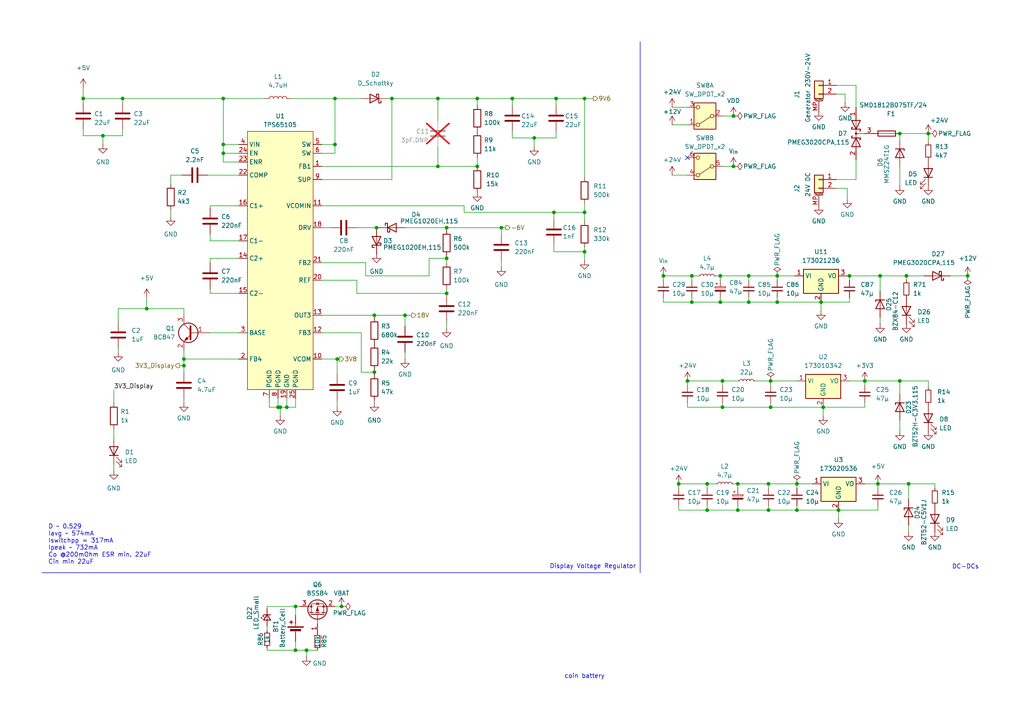
<source format=kicad_sch>
(kicad_sch
	(version 20250114)
	(generator "eeschema")
	(generator_version "9.0")
	(uuid "2e0788da-83c1-4cf9-982c-6e9feead5c48")
	(paper "A4")
	
	(text "Display Voltage Regulator"
		(exclude_from_sim no)
		(at 159.385 165.1 0)
		(effects
			(font
				(size 1.27 1.27)
			)
			(justify left bottom)
		)
		(uuid "1f474138-6b54-4b9f-883a-725cd7720b17")
	)
	(text "coin battery"
		(exclude_from_sim no)
		(at 169.545 196.215 0)
		(effects
			(font
				(size 1.27 1.27)
			)
		)
		(uuid "25ad2388-f90b-4078-a3ae-20a22f0d8887")
	)
	(text "D ~ 0.529\nIavg ~ 574mA\nIswitchpp = 317mA\nIpeak ~ 732mA\nCo @200mOhm ESR min. 22uF\nCin min 22uF"
		(exclude_from_sim no)
		(at 13.97 163.83 0)
		(effects
			(font
				(size 1.27 1.27)
			)
			(justify left bottom)
		)
		(uuid "33680474-88a3-4d9f-8dec-4a0171750541")
	)
	(text "DC-DCs"
		(exclude_from_sim no)
		(at 280.035 164.465 0)
		(effects
			(font
				(size 1.27 1.27)
			)
		)
		(uuid "7ad057ff-b9f7-4de2-9b33-2f1d30784b5b")
	)
	(junction
		(at 238.76 118.11)
		(diameter 0)
		(color 0 0 0 0)
		(uuid "04a24c58-7e9b-45c6-a81c-e6bd761e890c")
	)
	(junction
		(at 213.995 140.335)
		(diameter 0)
		(color 0 0 0 0)
		(uuid "06c0f182-3f01-4df1-8a91-76bc1a17447c")
	)
	(junction
		(at 222.885 147.955)
		(diameter 0)
		(color 0 0 0 0)
		(uuid "0e4f6690-f270-44bf-b823-20877548d9de")
	)
	(junction
		(at 169.545 73.025)
		(diameter 0)
		(color 0 0 0 0)
		(uuid "0eef11e6-76b0-4b3f-aa84-20f8c99ba4f2")
	)
	(junction
		(at 246.38 80.01)
		(diameter 0)
		(color 0 0 0 0)
		(uuid "1089cf66-a55b-4593-a08b-0121cf6f4917")
	)
	(junction
		(at 145.415 66.04)
		(diameter 0)
		(color 0 0 0 0)
		(uuid "111fa979-1c07-45e3-bde0-f5f2517309ef")
	)
	(junction
		(at 231.14 140.335)
		(diameter 0)
		(color 0 0 0 0)
		(uuid "1189832d-f541-4182-85cf-76441db3bde5")
	)
	(junction
		(at 127 28.575)
		(diameter 0)
		(color 0 0 0 0)
		(uuid "15fdf0a2-c1f2-4716-99a1-825076671288")
	)
	(junction
		(at 117.475 91.44)
		(diameter 0)
		(color 0 0 0 0)
		(uuid "1aff85bd-376b-4c3c-a19e-28410c588aa7")
	)
	(junction
		(at 108.585 107.95)
		(diameter 0)
		(color 0 0 0 0)
		(uuid "1b72607b-c177-45f5-ac9f-ed7fa7a64fb1")
	)
	(junction
		(at 85.725 188.595)
		(diameter 0)
		(color 0 0 0 0)
		(uuid "20c6504d-400e-4eff-a489-d6909af33f6c")
	)
	(junction
		(at 238.125 87.63)
		(diameter 0)
		(color 0 0 0 0)
		(uuid "299d0553-c2f1-48ab-8b03-79e4612e80d1")
	)
	(junction
		(at 205.105 140.335)
		(diameter 0)
		(color 0 0 0 0)
		(uuid "2ab8ada9-cf74-4f1d-a11c-ea239d5d2220")
	)
	(junction
		(at 269.24 38.735)
		(diameter 0)
		(color 0 0 0 0)
		(uuid "2d680fee-d381-4b13-af58-d69b1bf4bdaf")
	)
	(junction
		(at 223.52 110.49)
		(diameter 0)
		(color 0 0 0 0)
		(uuid "328351f1-a0f5-490e-9fe1-872dcb80d8e1")
	)
	(junction
		(at 169.545 28.575)
		(diameter 0)
		(color 0 0 0 0)
		(uuid "344e26dd-0ad0-428f-9526-295351b37e18")
	)
	(junction
		(at 138.43 28.575)
		(diameter 0)
		(color 0 0 0 0)
		(uuid "38c66eb7-fe12-4132-87a9-9f307a3d4eb9")
	)
	(junction
		(at 81.28 118.11)
		(diameter 0)
		(color 0 0 0 0)
		(uuid "3ae57a23-66e5-4f6a-9822-261b4ca414ba")
	)
	(junction
		(at 263.525 140.335)
		(diameter 0)
		(color 0 0 0 0)
		(uuid "3c8264dc-f49f-42ef-be70-382f80210034")
	)
	(junction
		(at 85.725 175.895)
		(diameter 0)
		(color 0 0 0 0)
		(uuid "43936ff4-b96c-4a8d-b5ce-a1db0e878645")
	)
	(junction
		(at 250.825 110.49)
		(diameter 0)
		(color 0 0 0 0)
		(uuid "4511e233-f111-4b3a-b25b-163e7713798c")
	)
	(junction
		(at 255.27 80.01)
		(diameter 0)
		(color 0 0 0 0)
		(uuid "49f6b963-2ae5-466f-9dd1-733c8d5966fc")
	)
	(junction
		(at 196.85 140.335)
		(diameter 0)
		(color 0 0 0 0)
		(uuid "4bc96748-d6a3-4db2-a6e8-1cc644e5753e")
	)
	(junction
		(at 53.34 104.14)
		(diameter 0)
		(color 0 0 0 0)
		(uuid "4c879827-91e5-4a71-a78c-ba2af39ff8cc")
	)
	(junction
		(at 217.17 80.01)
		(diameter 0)
		(color 0 0 0 0)
		(uuid "4cfe13dd-b081-4c9d-906a-6f01680f94b0")
	)
	(junction
		(at 208.915 80.01)
		(diameter 0)
		(color 0 0 0 0)
		(uuid "51455744-bbed-43b6-a59c-32da56372349")
	)
	(junction
		(at 217.17 87.63)
		(diameter 0)
		(color 0 0 0 0)
		(uuid "532980df-13f1-4b4f-bd8e-5ecb9afe0252")
	)
	(junction
		(at 212.725 33.655)
		(diameter 0)
		(color 0 0 0 0)
		(uuid "5459eb34-1d7f-448a-af5c-b87b56cfa524")
	)
	(junction
		(at 169.545 61.595)
		(diameter 0)
		(color 0 0 0 0)
		(uuid "54c3dcc4-cce7-4bb6-a629-c4ac709b2919")
	)
	(junction
		(at 231.14 147.955)
		(diameter 0)
		(color 0 0 0 0)
		(uuid "5503c86b-1be4-41d6-9f38-9ec79f8809d0")
	)
	(junction
		(at 113.665 28.575)
		(diameter 0)
		(color 0 0 0 0)
		(uuid "55237c9f-e430-4b71-8e84-61e5fd99e243")
	)
	(junction
		(at 208.915 87.63)
		(diameter 0)
		(color 0 0 0 0)
		(uuid "557c88ca-139e-42e0-9019-6fef3f164702")
	)
	(junction
		(at 280.67 80.01)
		(diameter 0)
		(color 0 0 0 0)
		(uuid "58b5d8e6-59f8-40b1-939c-2a1b276d03aa")
	)
	(junction
		(at 148.59 28.575)
		(diameter 0)
		(color 0 0 0 0)
		(uuid "59a705da-471f-4f1e-bffe-9c85045b320e")
	)
	(junction
		(at 222.885 140.335)
		(diameter 0)
		(color 0 0 0 0)
		(uuid "5a4015f9-032d-4d3d-913c-ef451306a780")
	)
	(junction
		(at 129.54 66.04)
		(diameter 0)
		(color 0 0 0 0)
		(uuid "5a704d20-2eda-4d66-87a0-8bb00c328bcf")
	)
	(junction
		(at 97.155 28.575)
		(diameter 0)
		(color 0 0 0 0)
		(uuid "5b385b3a-0445-40da-869e-baa34c1ab9d3")
	)
	(junction
		(at 262.89 80.01)
		(diameter 0)
		(color 0 0 0 0)
		(uuid "5dacea83-a477-4bdb-aa0d-3e4bb57963fd")
	)
	(junction
		(at 127 48.26)
		(diameter 0)
		(color 0 0 0 0)
		(uuid "5e3c3066-33ae-44aa-90ca-be14e326d06b")
	)
	(junction
		(at 209.55 110.49)
		(diameter 0)
		(color 0 0 0 0)
		(uuid "5fa5e9ea-85ff-4890-b60a-2622461a3342")
	)
	(junction
		(at 223.52 118.11)
		(diameter 0)
		(color 0 0 0 0)
		(uuid "5fa7211d-a933-4aea-bde3-164e64fe3f63")
	)
	(junction
		(at 88.9 188.595)
		(diameter 0)
		(color 0 0 0 0)
		(uuid "617de996-ff36-45ac-8fdb-8c86628df6d3")
	)
	(junction
		(at 209.55 118.11)
		(diameter 0)
		(color 0 0 0 0)
		(uuid "6a04c048-f0f1-48b0-bc1c-71429688fed0")
	)
	(junction
		(at 129.54 85.09)
		(diameter 0)
		(color 0 0 0 0)
		(uuid "7211e033-306c-4f5c-8969-3e6e32dd97c7")
	)
	(junction
		(at 154.94 40.005)
		(diameter 0)
		(color 0 0 0 0)
		(uuid "73010a7a-7a9a-46d9-83be-b5b73168b613")
	)
	(junction
		(at 97.155 41.91)
		(diameter 0)
		(color 0 0 0 0)
		(uuid "7402a9dc-42d2-48a3-b1d2-a3f8321a5335")
	)
	(junction
		(at 260.985 110.49)
		(diameter 0)
		(color 0 0 0 0)
		(uuid "776ec65d-f2e0-4d5f-9af0-f3e9e61482f2")
	)
	(junction
		(at 99.06 175.895)
		(diameter 0)
		(color 0 0 0 0)
		(uuid "7ca129e8-eb3d-4075-88d0-c7d563c0e619")
	)
	(junction
		(at 254.635 140.335)
		(diameter 0)
		(color 0 0 0 0)
		(uuid "852155d9-75fa-4971-882f-601461e6471e")
	)
	(junction
		(at 53.34 106.045)
		(diameter 0)
		(color 0 0 0 0)
		(uuid "880cbe12-459f-4608-8eb4-4562e51e675d")
	)
	(junction
		(at 109.22 66.04)
		(diameter 0)
		(color 0 0 0 0)
		(uuid "8a4a63e0-e849-40f9-91ee-96af092e47fd")
	)
	(junction
		(at 213.995 147.955)
		(diameter 0)
		(color 0 0 0 0)
		(uuid "8b98e2fb-4d6d-4946-a73a-5b44141d0f81")
	)
	(junction
		(at 64.77 41.91)
		(diameter 0)
		(color 0 0 0 0)
		(uuid "8bd06123-3b1f-4075-822e-b7d3ffc7ad6e")
	)
	(junction
		(at 108.585 91.44)
		(diameter 0)
		(color 0 0 0 0)
		(uuid "98259442-0017-4839-bdf1-ccc12bd3d4f7")
	)
	(junction
		(at 24.13 28.575)
		(diameter 0)
		(color 0 0 0 0)
		(uuid "9f6413a3-f858-4400-99b1-ddc817355d01")
	)
	(junction
		(at 225.425 80.01)
		(diameter 0)
		(color 0 0 0 0)
		(uuid "a4e98e08-1f4a-46b7-bbca-8e9366c9c91d")
	)
	(junction
		(at 260.985 38.735)
		(diameter 0)
		(color 0 0 0 0)
		(uuid "a8f9191a-be3c-46ee-88e1-87ee98882e18")
	)
	(junction
		(at 129.54 74.93)
		(diameter 0)
		(color 0 0 0 0)
		(uuid "ac6cee30-b003-4257-a4d2-6306d34acee1")
	)
	(junction
		(at 35.56 28.575)
		(diameter 0)
		(color 0 0 0 0)
		(uuid "acd4fa46-8ba8-4b24-9066-b22d8cf3695d")
	)
	(junction
		(at 29.845 39.37)
		(diameter 0)
		(color 0 0 0 0)
		(uuid "ad197f75-bdb0-4b36-aa2e-000b73036df8")
	)
	(junction
		(at 200.66 87.63)
		(diameter 0)
		(color 0 0 0 0)
		(uuid "b75b5b2a-9e27-4bf9-8689-23fa155af9aa")
	)
	(junction
		(at 205.105 147.955)
		(diameter 0)
		(color 0 0 0 0)
		(uuid "bb8147b5-df2f-4f1f-b47e-d53b75aaa380")
	)
	(junction
		(at 243.205 147.955)
		(diameter 0)
		(color 0 0 0 0)
		(uuid "bde9bff5-32a4-42ae-899d-568ddf240b6b")
	)
	(junction
		(at 64.77 44.45)
		(diameter 0)
		(color 0 0 0 0)
		(uuid "c1c24b44-9fed-402f-8691-27fc96c5a404")
	)
	(junction
		(at 192.405 80.01)
		(diameter 0)
		(color 0 0 0 0)
		(uuid "cc9e3bdf-8a42-4de5-9a80-c904175987a6")
	)
	(junction
		(at 200.66 80.01)
		(diameter 0)
		(color 0 0 0 0)
		(uuid "cfcb68e8-e385-4f5a-a7b3-1c411cdbdeaa")
	)
	(junction
		(at 97.79 104.14)
		(diameter 0)
		(color 0 0 0 0)
		(uuid "d3af76d2-6f6b-4958-8007-465843bcff28")
	)
	(junction
		(at 42.545 89.535)
		(diameter 0)
		(color 0 0 0 0)
		(uuid "e12a7a30-2a13-4e59-a86b-14e9581d754f")
	)
	(junction
		(at 138.43 48.26)
		(diameter 0)
		(color 0 0 0 0)
		(uuid "e164d6d7-daed-4ba2-a4fa-8829f5fa4bf1")
	)
	(junction
		(at 64.77 28.575)
		(diameter 0)
		(color 0 0 0 0)
		(uuid "e2e0303f-2626-44a8-827b-a48f153b57b1")
	)
	(junction
		(at 225.425 87.63)
		(diameter 0)
		(color 0 0 0 0)
		(uuid "e4b24eb3-b346-49e2-a819-64a2594ca11e")
	)
	(junction
		(at 199.39 110.49)
		(diameter 0)
		(color 0 0 0 0)
		(uuid "ea330dce-f339-4a47-abfa-3285e15e9c53")
	)
	(junction
		(at 83.185 118.11)
		(diameter 0)
		(color 0 0 0 0)
		(uuid "eabb1f12-056b-4086-8108-3847910fb0d1")
	)
	(junction
		(at 160.655 61.595)
		(diameter 0)
		(color 0 0 0 0)
		(uuid "eb201b61-3b4a-4eed-b18a-c997c19d7db8")
	)
	(junction
		(at 80.645 118.11)
		(diameter 0)
		(color 0 0 0 0)
		(uuid "eb96f160-0639-40eb-a4cf-f184fd8acebd")
	)
	(junction
		(at 161.29 28.575)
		(diameter 0)
		(color 0 0 0 0)
		(uuid "eecf3a55-a51b-4037-bc03-6c24e0b5c442")
	)
	(junction
		(at 212.725 48.26)
		(diameter 0)
		(color 0 0 0 0)
		(uuid "f74e551a-df87-4e47-9c3f-35a8892572bc")
	)
	(no_connect
		(at 199.39 45.72)
		(uuid "861b016d-7df8-4a53-a5e9-ace0786dbdd1")
	)
	(wire
		(pts
			(xy 108.585 116.84) (xy 108.585 116.205)
		)
		(stroke
			(width 0)
			(type default)
		)
		(uuid "00823f29-0ed6-4b92-afdd-b2458f8bb606")
	)
	(wire
		(pts
			(xy 248.285 52.07) (xy 248.285 46.355)
		)
		(stroke
			(width 0)
			(type default)
		)
		(uuid "01d5c222-f50c-448c-ab1c-ce44f0e6fca5")
	)
	(wire
		(pts
			(xy 262.89 81.28) (xy 262.89 80.01)
		)
		(stroke
			(width 0)
			(type default)
		)
		(uuid "022ef72d-26ea-4f6e-b114-935d51d77c25")
	)
	(wire
		(pts
			(xy 192.405 87.63) (xy 200.66 87.63)
		)
		(stroke
			(width 0)
			(type default)
		)
		(uuid "02e17ae8-d4f4-4bdf-ab71-ecc5bda71e98")
	)
	(wire
		(pts
			(xy 246.38 80.01) (xy 246.38 81.28)
		)
		(stroke
			(width 0)
			(type default)
		)
		(uuid "02e2f1f3-122e-408d-92d2-90f26e2862d9")
	)
	(wire
		(pts
			(xy 263.525 140.335) (xy 254.635 140.335)
		)
		(stroke
			(width 0)
			(type default)
		)
		(uuid "0784bf0b-86f7-4ff9-ac50-b3ba095a2955")
	)
	(wire
		(pts
			(xy 53.34 106.045) (xy 53.34 107.95)
		)
		(stroke
			(width 0)
			(type default)
		)
		(uuid "0799669d-565f-4907-8ed6-4e84a36a826f")
	)
	(wire
		(pts
			(xy 129.54 85.09) (xy 129.54 85.725)
		)
		(stroke
			(width 0)
			(type default)
		)
		(uuid "07ec2872-4565-4fd8-959e-8f2af70ca30b")
	)
	(wire
		(pts
			(xy 49.53 60.96) (xy 49.53 62.865)
		)
		(stroke
			(width 0)
			(type default)
		)
		(uuid "080956e7-576e-44ee-9c9c-360358df7091")
	)
	(wire
		(pts
			(xy 194.945 50.8) (xy 199.39 50.8)
		)
		(stroke
			(width 0)
			(type default)
		)
		(uuid "0852fda2-7237-4b7f-80f6-a7b6ead55ce4")
	)
	(wire
		(pts
			(xy 217.17 87.63) (xy 225.425 87.63)
		)
		(stroke
			(width 0)
			(type default)
		)
		(uuid "08fee6dc-8443-4ffc-a21c-bfad204b568b")
	)
	(wire
		(pts
			(xy 117.475 66.04) (xy 129.54 66.04)
		)
		(stroke
			(width 0)
			(type default)
		)
		(uuid "0a825527-7b27-4b9a-a7f6-00a4872c8489")
	)
	(wire
		(pts
			(xy 103.505 81.28) (xy 103.505 85.09)
		)
		(stroke
			(width 0)
			(type default)
		)
		(uuid "0a831453-75b6-47ab-904c-b600c87ef6b9")
	)
	(wire
		(pts
			(xy 64.77 46.99) (xy 64.77 44.45)
		)
		(stroke
			(width 0)
			(type default)
		)
		(uuid "0ac840e0-b447-402f-b2e4-f37f6065362a")
	)
	(wire
		(pts
			(xy 207.645 80.01) (xy 208.915 80.01)
		)
		(stroke
			(width 0)
			(type default)
		)
		(uuid "0ad63bec-366f-48db-b5cd-745c45371132")
	)
	(wire
		(pts
			(xy 108.585 91.44) (xy 108.585 92.075)
		)
		(stroke
			(width 0)
			(type default)
		)
		(uuid "0b2e23e4-beac-4bd1-be47-6b52b832fb7c")
	)
	(wire
		(pts
			(xy 145.415 66.04) (xy 146.685 66.04)
		)
		(stroke
			(width 0)
			(type default)
		)
		(uuid "0e047021-d1ef-4727-9754-e9dc1692b3ca")
	)
	(wire
		(pts
			(xy 200.66 87.63) (xy 208.915 87.63)
		)
		(stroke
			(width 0)
			(type default)
		)
		(uuid "0ea2b77c-e8b8-40b7-9e39-024a1d4b5c81")
	)
	(wire
		(pts
			(xy 248.285 24.765) (xy 242.57 24.765)
		)
		(stroke
			(width 0)
			(type default)
		)
		(uuid "0f6fedef-d831-419e-8095-bd13e46f06de")
	)
	(wire
		(pts
			(xy 199.39 110.49) (xy 199.39 111.76)
		)
		(stroke
			(width 0)
			(type default)
		)
		(uuid "0fc213a9-8817-48cf-8836-66336aa93cfa")
	)
	(wire
		(pts
			(xy 208.915 86.36) (xy 208.915 87.63)
		)
		(stroke
			(width 0)
			(type default)
		)
		(uuid "1164c59b-b518-410d-82be-1eb68424b5ba")
	)
	(wire
		(pts
			(xy 93.345 91.44) (xy 108.585 91.44)
		)
		(stroke
			(width 0)
			(type default)
		)
		(uuid "163b8def-cacd-4a76-822e-3fb9e29d98bf")
	)
	(wire
		(pts
			(xy 76.835 28.575) (xy 64.77 28.575)
		)
		(stroke
			(width 0)
			(type default)
		)
		(uuid "17ac2bd9-85ec-48d8-b4ea-5c8f921070e6")
	)
	(wire
		(pts
			(xy 33.02 134.62) (xy 33.02 136.525)
		)
		(stroke
			(width 0)
			(type default)
		)
		(uuid "1964f7d3-f983-4af4-9501-c4191a058a6e")
	)
	(wire
		(pts
			(xy 254.635 146.685) (xy 254.635 147.955)
		)
		(stroke
			(width 0)
			(type default)
		)
		(uuid "1b51f0eb-7bb4-40fd-8a18-b2b7c8dece5a")
	)
	(wire
		(pts
			(xy 129.54 66.04) (xy 145.415 66.04)
		)
		(stroke
			(width 0)
			(type default)
		)
		(uuid "1c0e80f2-a924-48f1-b1a4-5e4b60c86556")
	)
	(wire
		(pts
			(xy 199.39 110.49) (xy 209.55 110.49)
		)
		(stroke
			(width 0)
			(type default)
		)
		(uuid "1d87bcf4-7b10-4fa6-b5d8-4a243a3dec00")
	)
	(wire
		(pts
			(xy 254.635 147.955) (xy 243.205 147.955)
		)
		(stroke
			(width 0)
			(type default)
		)
		(uuid "1eae38f9-6fb6-4b12-919c-8df80453afaa")
	)
	(wire
		(pts
			(xy 97.155 44.45) (xy 97.155 41.91)
		)
		(stroke
			(width 0)
			(type default)
		)
		(uuid "1f385b83-cc47-4a50-b4f9-6e8bb1cc4ede")
	)
	(wire
		(pts
			(xy 80.645 115.57) (xy 80.645 118.11)
		)
		(stroke
			(width 0)
			(type default)
		)
		(uuid "221dba15-c87b-4d35-8df1-58681aea5818")
	)
	(wire
		(pts
			(xy 53.34 101.6) (xy 53.34 104.14)
		)
		(stroke
			(width 0)
			(type default)
		)
		(uuid "22da2ddb-ad12-4205-b387-df7f05c0291f")
	)
	(wire
		(pts
			(xy 83.185 118.11) (xy 85.725 118.11)
		)
		(stroke
			(width 0)
			(type default)
		)
		(uuid "23471649-e877-40d3-94d4-eef45059f441")
	)
	(wire
		(pts
			(xy 127 48.26) (xy 138.43 48.26)
		)
		(stroke
			(width 0)
			(type default)
		)
		(uuid "23aaa91e-ce39-4097-bb81-338f8cae24de")
	)
	(wire
		(pts
			(xy 60.96 59.69) (xy 69.215 59.69)
		)
		(stroke
			(width 0)
			(type default)
		)
		(uuid "24c96bfc-e05f-4742-ab89-580e45bdb5bc")
	)
	(wire
		(pts
			(xy 127 42.545) (xy 127 48.26)
		)
		(stroke
			(width 0)
			(type default)
		)
		(uuid "25928ed3-3d8c-4e5f-aa6c-ff9793b22490")
	)
	(wire
		(pts
			(xy 160.655 63.5) (xy 160.655 61.595)
		)
		(stroke
			(width 0)
			(type default)
		)
		(uuid "27933751-b7f1-48c0-9df9-818b6dfc358c")
	)
	(wire
		(pts
			(xy 77.47 182.88) (xy 77.47 181.61)
		)
		(stroke
			(width 0)
			(type default)
		)
		(uuid "27d56523-9cc2-4fdf-8ba4-4ccc85f8ac25")
	)
	(wire
		(pts
			(xy 223.52 118.11) (xy 238.76 118.11)
		)
		(stroke
			(width 0)
			(type default)
		)
		(uuid "27fdb692-1032-457e-a1eb-5217ad52ed2d")
	)
	(wire
		(pts
			(xy 217.17 80.01) (xy 217.17 81.28)
		)
		(stroke
			(width 0)
			(type default)
		)
		(uuid "28e37e95-180d-446b-a77b-72da201c221d")
	)
	(wire
		(pts
			(xy 260.985 114.3) (xy 260.985 110.49)
		)
		(stroke
			(width 0)
			(type default)
		)
		(uuid "2a6da690-b28e-47b3-b9d7-4bdb0d713c0c")
	)
	(wire
		(pts
			(xy 93.345 66.04) (xy 95.885 66.04)
		)
		(stroke
			(width 0)
			(type default)
		)
		(uuid "2aee96eb-356d-44d9-bb29-b019a73320a5")
	)
	(wire
		(pts
			(xy 269.24 38.735) (xy 260.985 38.735)
		)
		(stroke
			(width 0)
			(type default)
		)
		(uuid "2b7b12dd-87cc-4177-b7c0-9d9cf43eb25a")
	)
	(wire
		(pts
			(xy 246.38 110.49) (xy 250.825 110.49)
		)
		(stroke
			(width 0)
			(type default)
		)
		(uuid "2c5e1399-a2da-45ff-9723-90f773008009")
	)
	(wire
		(pts
			(xy 134.62 59.69) (xy 134.62 61.595)
		)
		(stroke
			(width 0)
			(type default)
		)
		(uuid "300ab485-da27-45a6-a497-e273fd765e8c")
	)
	(wire
		(pts
			(xy 250.825 110.49) (xy 250.825 111.76)
		)
		(stroke
			(width 0)
			(type default)
		)
		(uuid "302dd4f2-4a33-462d-8779-06c1161c641e")
	)
	(wire
		(pts
			(xy 192.405 80.01) (xy 200.66 80.01)
		)
		(stroke
			(width 0)
			(type default)
		)
		(uuid "327d0869-9849-4584-bbe7-285f754862a1")
	)
	(wire
		(pts
			(xy 199.39 118.11) (xy 209.55 118.11)
		)
		(stroke
			(width 0)
			(type default)
		)
		(uuid "332369f9-b2c1-4afc-8575-ba8f738f7f55")
	)
	(wire
		(pts
			(xy 196.85 140.335) (xy 196.85 141.605)
		)
		(stroke
			(width 0)
			(type default)
		)
		(uuid "3356ecf4-e784-4cfb-92ad-862b46ff013b")
	)
	(wire
		(pts
			(xy 209.55 110.49) (xy 213.995 110.49)
		)
		(stroke
			(width 0)
			(type default)
		)
		(uuid "3614b7ff-5afc-4028-9773-3f0c7087bc24")
	)
	(wire
		(pts
			(xy 169.545 59.055) (xy 169.545 61.595)
		)
		(stroke
			(width 0)
			(type default)
		)
		(uuid "37617cd5-34d5-4cb1-bc81-6451281932c5")
	)
	(wire
		(pts
			(xy 160.655 73.025) (xy 160.655 71.12)
		)
		(stroke
			(width 0)
			(type default)
		)
		(uuid "38d260f8-76f5-44dd-9720-2a213e915413")
	)
	(wire
		(pts
			(xy 262.89 80.01) (xy 267.97 80.01)
		)
		(stroke
			(width 0)
			(type default)
		)
		(uuid "395a8857-bab2-46f5-bdd1-d360b4d97c44")
	)
	(wire
		(pts
			(xy 88.9 188.595) (xy 92.075 188.595)
		)
		(stroke
			(width 0)
			(type default)
		)
		(uuid "39b8ac3e-6124-4f47-ba62-890e20a27dde")
	)
	(wire
		(pts
			(xy 194.945 36.195) (xy 199.39 36.195)
		)
		(stroke
			(width 0)
			(type default)
		)
		(uuid "3bf3f36d-bca9-4778-b973-b1ddb8638674")
	)
	(wire
		(pts
			(xy 169.545 73.025) (xy 169.545 75.565)
		)
		(stroke
			(width 0)
			(type default)
		)
		(uuid "3c5f13ae-ad87-44f8-b10b-2a06880895da")
	)
	(wire
		(pts
			(xy 85.725 188.595) (xy 88.9 188.595)
		)
		(stroke
			(width 0)
			(type default)
		)
		(uuid "3cf211f2-f4d5-47f7-9bb3-78777d351606")
	)
	(wire
		(pts
			(xy 262.89 80.01) (xy 255.27 80.01)
		)
		(stroke
			(width 0)
			(type default)
		)
		(uuid "3d613838-787c-4c62-b59d-bcd8b02700a5")
	)
	(wire
		(pts
			(xy 53.34 115.57) (xy 53.34 116.84)
		)
		(stroke
			(width 0)
			(type default)
		)
		(uuid "3e5771b7-425e-4cea-8f07-1611dbbbc8c1")
	)
	(wire
		(pts
			(xy 124.46 74.93) (xy 129.54 74.93)
		)
		(stroke
			(width 0)
			(type default)
		)
		(uuid "3ed12c7c-34f2-4e62-a8b5-51abf30d6efa")
	)
	(wire
		(pts
			(xy 81.28 118.11) (xy 83.185 118.11)
		)
		(stroke
			(width 0)
			(type default)
		)
		(uuid "3fa49fd2-5e38-4518-bcaf-7808cb6d4aed")
	)
	(wire
		(pts
			(xy 93.345 81.28) (xy 103.505 81.28)
		)
		(stroke
			(width 0)
			(type default)
		)
		(uuid "3ffad75b-d711-4886-b77c-cec67b83eda9")
	)
	(wire
		(pts
			(xy 145.415 66.04) (xy 145.415 67.945)
		)
		(stroke
			(width 0)
			(type default)
		)
		(uuid "428491b2-7a74-46cd-bdd8-2c392c94f34c")
	)
	(wire
		(pts
			(xy 231.14 147.955) (xy 243.205 147.955)
		)
		(stroke
			(width 0)
			(type default)
		)
		(uuid "44ac89d5-fab8-4881-932b-38f36f429c6a")
	)
	(wire
		(pts
			(xy 24.13 37.465) (xy 24.13 39.37)
		)
		(stroke
			(width 0)
			(type default)
		)
		(uuid "4503344e-d636-487f-aa1d-09061e794e89")
	)
	(wire
		(pts
			(xy 35.56 29.845) (xy 35.56 28.575)
		)
		(stroke
			(width 0)
			(type default)
		)
		(uuid "45f9194a-fefb-4742-9660-7fe8e4d30a8d")
	)
	(wire
		(pts
			(xy 219.075 110.49) (xy 223.52 110.49)
		)
		(stroke
			(width 0)
			(type default)
		)
		(uuid "480bee3c-39e6-407a-89ac-1313197ace6a")
	)
	(wire
		(pts
			(xy 255.27 92.075) (xy 255.27 93.98)
		)
		(stroke
			(width 0)
			(type default)
		)
		(uuid "496104cf-75a9-4f8a-8cde-c4ac22bd0f39")
	)
	(wire
		(pts
			(xy 260.985 48.26) (xy 260.985 53.975)
		)
		(stroke
			(width 0)
			(type default)
		)
		(uuid "4a7cbbdd-5cf8-47cb-b2f7-c1bae73c379c")
	)
	(wire
		(pts
			(xy 53.34 104.14) (xy 53.34 106.045)
		)
		(stroke
			(width 0)
			(type default)
		)
		(uuid "4a9bf28b-3854-4f5d-86aa-f17baa6a09f9")
	)
	(wire
		(pts
			(xy 160.655 61.595) (xy 169.545 61.595)
		)
		(stroke
			(width 0)
			(type default)
		)
		(uuid "4adf77c0-8891-473c-b37b-e31840999359")
	)
	(wire
		(pts
			(xy 93.345 52.07) (xy 113.665 52.07)
		)
		(stroke
			(width 0)
			(type default)
		)
		(uuid "4c41f729-a7aa-477e-a842-37838a2b18f0")
	)
	(wire
		(pts
			(xy 97.79 116.205) (xy 97.79 118.11)
		)
		(stroke
			(width 0)
			(type default)
		)
		(uuid "4d35691e-4f3d-41e8-9a99-c92c22cf42d0")
	)
	(wire
		(pts
			(xy 129.54 74.93) (xy 129.54 76.2)
		)
		(stroke
			(width 0)
			(type default)
		)
		(uuid "4e1213c0-0844-4472-8738-ede19ad5a24e")
	)
	(wire
		(pts
			(xy 24.13 29.845) (xy 24.13 28.575)
		)
		(stroke
			(width 0)
			(type default)
		)
		(uuid "4e66fede-4bd0-4b9c-aa91-1d39619d61f3")
	)
	(wire
		(pts
			(xy 138.43 28.575) (xy 138.43 30.48)
		)
		(stroke
			(width 0)
			(type default)
		)
		(uuid "4e9a23db-c1ec-4e36-98bc-5688e1210cd2")
	)
	(wire
		(pts
			(xy 97.79 104.14) (xy 98.425 104.14)
		)
		(stroke
			(width 0)
			(type default)
		)
		(uuid "5042ffc9-f488-4bd7-bd38-fe064d044d8e")
	)
	(wire
		(pts
			(xy 246.38 87.63) (xy 238.125 87.63)
		)
		(stroke
			(width 0)
			(type default)
		)
		(uuid "5100a936-0db3-4889-b87e-d87c74648fbd")
	)
	(wire
		(pts
			(xy 42.545 86.36) (xy 42.545 89.535)
		)
		(stroke
			(width 0)
			(type default)
		)
		(uuid "51649ea1-af40-4422-810d-cdd7e45b347c")
	)
	(wire
		(pts
			(xy 97.155 175.895) (xy 99.06 175.895)
		)
		(stroke
			(width 0)
			(type default)
		)
		(uuid "53698d79-18f6-479d-8a5a-164d3c4c084d")
	)
	(wire
		(pts
			(xy 60.96 96.52) (xy 69.215 96.52)
		)
		(stroke
			(width 0)
			(type default)
		)
		(uuid "54264b9f-8dba-4eb3-9bf5-e99612feb0a4")
	)
	(wire
		(pts
			(xy 200.66 86.36) (xy 200.66 87.63)
		)
		(stroke
			(width 0)
			(type default)
		)
		(uuid "54851863-98c8-4982-9959-a62775c2b536")
	)
	(wire
		(pts
			(xy 217.17 86.36) (xy 217.17 87.63)
		)
		(stroke
			(width 0)
			(type default)
		)
		(uuid "54e92586-c85c-4815-bfc5-0af966df9e58")
	)
	(wire
		(pts
			(xy 83.185 115.57) (xy 83.185 118.11)
		)
		(stroke
			(width 0)
			(type default)
		)
		(uuid "55e01c7c-916c-475f-be83-ee46860b0f12")
	)
	(wire
		(pts
			(xy 85.725 175.895) (xy 86.995 175.895)
		)
		(stroke
			(width 0)
			(type default)
		)
		(uuid "589ef9bb-044d-4921-b68f-8976557c9f44")
	)
	(wire
		(pts
			(xy 246.38 86.36) (xy 246.38 87.63)
		)
		(stroke
			(width 0)
			(type default)
		)
		(uuid "58b057f8-443b-4581-af4e-448aab2ff407")
	)
	(wire
		(pts
			(xy 243.205 147.955) (xy 243.205 150.495)
		)
		(stroke
			(width 0)
			(type default)
		)
		(uuid "59e0d06b-cd48-45c4-a673-afeae9475e71")
	)
	(wire
		(pts
			(xy 223.52 110.49) (xy 231.14 110.49)
		)
		(stroke
			(width 0)
			(type default)
		)
		(uuid "5a092afa-26ce-4acf-9da0-d2d8700de100")
	)
	(wire
		(pts
			(xy 212.725 140.335) (xy 213.995 140.335)
		)
		(stroke
			(width 0)
			(type default)
		)
		(uuid "5ac9dccd-b877-4c45-9b87-2745bb154a56")
	)
	(wire
		(pts
			(xy 77.47 187.96) (xy 77.47 188.595)
		)
		(stroke
			(width 0)
			(type default)
		)
		(uuid "5b63b692-fa0f-4806-8867-ac320db62bc8")
	)
	(wire
		(pts
			(xy 208.915 80.01) (xy 217.17 80.01)
		)
		(stroke
			(width 0)
			(type default)
		)
		(uuid "5da2f422-4112-480b-aaa5-5456c4db5bab")
	)
	(wire
		(pts
			(xy 231.14 140.335) (xy 231.14 141.605)
		)
		(stroke
			(width 0)
			(type default)
		)
		(uuid "5ea3e315-df2f-48a8-96ed-2eaa15b323b6")
	)
	(wire
		(pts
			(xy 60.325 50.8) (xy 69.215 50.8)
		)
		(stroke
			(width 0)
			(type default)
		)
		(uuid "617ebabc-9728-49d9-9e00-efeb649c11f6")
	)
	(wire
		(pts
			(xy 77.47 175.895) (xy 85.725 175.895)
		)
		(stroke
			(width 0)
			(type default)
		)
		(uuid "64e33007-1f91-4727-b2da-f7f185fcf927")
	)
	(wire
		(pts
			(xy 77.47 176.53) (xy 77.47 175.895)
		)
		(stroke
			(width 0)
			(type default)
		)
		(uuid "66623c41-9249-4d0f-a773-aef151785949")
	)
	(wire
		(pts
			(xy 231.14 146.685) (xy 231.14 147.955)
		)
		(stroke
			(width 0)
			(type default)
		)
		(uuid "667d36d3-48b8-4b44-b1fa-ee04e1f5c87d")
	)
	(wire
		(pts
			(xy 60.96 74.93) (xy 69.215 74.93)
		)
		(stroke
			(width 0)
			(type default)
		)
		(uuid "66b80e20-c5b1-452c-9103-9af133e4d706")
	)
	(wire
		(pts
			(xy 108.585 107.95) (xy 104.775 107.95)
		)
		(stroke
			(width 0)
			(type default)
		)
		(uuid "67b76565-5e98-4729-99f3-4273774598b5")
	)
	(wire
		(pts
			(xy 49.53 50.8) (xy 49.53 53.34)
		)
		(stroke
			(width 0)
			(type default)
		)
		(uuid "68479ddf-a13d-466d-a3dd-c310eda8a653")
	)
	(wire
		(pts
			(xy 148.59 38.1) (xy 148.59 40.005)
		)
		(stroke
			(width 0)
			(type default)
		)
		(uuid "6c2b85b8-c251-4011-a20c-e9d26d6c48a3")
	)
	(wire
		(pts
			(xy 60.96 60.325) (xy 60.96 59.69)
		)
		(stroke
			(width 0)
			(type default)
		)
		(uuid "6dbbb99c-db6b-4ccc-b564-a41e646c330c")
	)
	(wire
		(pts
			(xy 69.215 41.91) (xy 64.77 41.91)
		)
		(stroke
			(width 0)
			(type default)
		)
		(uuid "6e623211-e1cd-4bb0-8c65-12b92a48f710")
	)
	(wire
		(pts
			(xy 208.915 80.01) (xy 208.915 81.28)
		)
		(stroke
			(width 0)
			(type default)
		)
		(uuid "6f730d1c-9b3a-40bd-9ef6-9792ca0e8aed")
	)
	(wire
		(pts
			(xy 93.345 44.45) (xy 97.155 44.45)
		)
		(stroke
			(width 0)
			(type default)
		)
		(uuid "701e3aab-ec5b-4755-bb01-b828558ba117")
	)
	(wire
		(pts
			(xy 209.55 116.84) (xy 209.55 118.11)
		)
		(stroke
			(width 0)
			(type default)
		)
		(uuid "70876b54-5088-4016-b2c6-b9cdcb757352")
	)
	(wire
		(pts
			(xy 223.52 110.49) (xy 223.52 111.76)
		)
		(stroke
			(width 0)
			(type default)
		)
		(uuid "712cf10d-3255-4a39-896b-4c3e9382c6bb")
	)
	(wire
		(pts
			(xy 64.77 41.91) (xy 64.77 44.45)
		)
		(stroke
			(width 0)
			(type default)
		)
		(uuid "73f9ed79-636c-4d16-b0ba-9b534cedcbd4")
	)
	(wire
		(pts
			(xy 208.915 87.63) (xy 217.17 87.63)
		)
		(stroke
			(width 0)
			(type default)
		)
		(uuid "75478ddb-1552-494a-86fc-42322ee3b716")
	)
	(wire
		(pts
			(xy 113.665 52.07) (xy 113.665 28.575)
		)
		(stroke
			(width 0)
			(type default)
		)
		(uuid "75501156-2b60-4ebc-abfc-4b7c0bc99d2c")
	)
	(wire
		(pts
			(xy 97.79 104.14) (xy 93.345 104.14)
		)
		(stroke
			(width 0)
			(type default)
		)
		(uuid "773e3727-396a-430f-829a-1968126d4e63")
	)
	(wire
		(pts
			(xy 161.29 28.575) (xy 161.29 30.48)
		)
		(stroke
			(width 0)
			(type default)
		)
		(uuid "77434a9a-e97c-4f9b-8efa-a7dc56aa4462")
	)
	(wire
		(pts
			(xy 222.885 140.335) (xy 231.14 140.335)
		)
		(stroke
			(width 0)
			(type default)
		)
		(uuid "77962264-d713-4ddf-a55d-58dc53a2553c")
	)
	(wire
		(pts
			(xy 238.76 118.11) (xy 238.76 120.65)
		)
		(stroke
			(width 0)
			(type default)
		)
		(uuid "79e771bd-867c-48d0-9c84-c44a0cc2997a")
	)
	(wire
		(pts
			(xy 60.96 85.09) (xy 60.96 83.82)
		)
		(stroke
			(width 0)
			(type default)
		)
		(uuid "7a908a54-37ff-4256-af3c-d37a3211a15b")
	)
	(wire
		(pts
			(xy 148.59 28.575) (xy 148.59 30.48)
		)
		(stroke
			(width 0)
			(type default)
		)
		(uuid "7cbe0ff7-148d-4655-918d-3fd6cb63e2aa")
	)
	(wire
		(pts
			(xy 222.885 147.955) (xy 231.14 147.955)
		)
		(stroke
			(width 0)
			(type default)
		)
		(uuid "7cd4b97d-4582-43af-aca8-950338b402d8")
	)
	(wire
		(pts
			(xy 254.635 140.335) (xy 254.635 141.605)
		)
		(stroke
			(width 0)
			(type default)
		)
		(uuid "7d05d595-c664-446c-899f-b00e20cb5d7c")
	)
	(wire
		(pts
			(xy 24.13 28.575) (xy 35.56 28.575)
		)
		(stroke
			(width 0)
			(type default)
		)
		(uuid "822293f7-6596-4b27-8151-6d886cf56857")
	)
	(wire
		(pts
			(xy 238.125 87.63) (xy 238.125 90.17)
		)
		(stroke
			(width 0)
			(type default)
		)
		(uuid "864fed1c-eda1-4cb4-a286-ea2d38c2f9a6")
	)
	(wire
		(pts
			(xy 69.215 85.09) (xy 60.96 85.09)
		)
		(stroke
			(width 0)
			(type default)
		)
		(uuid "86f78524-9a71-4576-a34f-c214cf02f681")
	)
	(wire
		(pts
			(xy 242.57 52.07) (xy 248.285 52.07)
		)
		(stroke
			(width 0)
			(type default)
		)
		(uuid "87012fd7-8a04-4de3-b126-2893f3235d87")
	)
	(wire
		(pts
			(xy 161.29 40.005) (xy 161.29 38.1)
		)
		(stroke
			(width 0)
			(type default)
		)
		(uuid "873732d0-bc89-4cd2-80b5-b67e8ac37788")
	)
	(wire
		(pts
			(xy 97.79 108.585) (xy 97.79 104.14)
		)
		(stroke
			(width 0)
			(type default)
		)
		(uuid "8798140f-a61d-4399-a02f-340a61efc57d")
	)
	(wire
		(pts
			(xy 129.54 74.295) (xy 129.54 74.93)
		)
		(stroke
			(width 0)
			(type default)
		)
		(uuid "88f13fe5-ddc3-4a21-b5bb-3f329bf29ec0")
	)
	(wire
		(pts
			(xy 169.545 61.595) (xy 169.545 64.135)
		)
		(stroke
			(width 0)
			(type default)
		)
		(uuid "897704ad-d967-4d2d-8238-9398ddfd04e8")
	)
	(wire
		(pts
			(xy 129.54 93.345) (xy 129.54 95.25)
		)
		(stroke
			(width 0)
			(type default)
		)
		(uuid "89de10db-0bda-4bc4-9a11-7f45b3fef9be")
	)
	(wire
		(pts
			(xy 213.995 147.955) (xy 222.885 147.955)
		)
		(stroke
			(width 0)
			(type default)
		)
		(uuid "8a27771f-2b91-4f3b-9898-b82752fb21fc")
	)
	(wire
		(pts
			(xy 69.215 69.85) (xy 60.96 69.85)
		)
		(stroke
			(width 0)
			(type default)
		)
		(uuid "8a8dc90e-ea11-473f-9e5a-ccd56726e7dd")
	)
	(wire
		(pts
			(xy 209.55 48.26) (xy 212.725 48.26)
		)
		(stroke
			(width 0)
			(type default)
		)
		(uuid "8aae364e-1e01-4bbd-9f18-cefdb2d017ec")
	)
	(wire
		(pts
			(xy 69.215 46.99) (xy 64.77 46.99)
		)
		(stroke
			(width 0)
			(type default)
		)
		(uuid "8acd4fdb-7a63-49b9-921f-6a3c041e95ba")
	)
	(wire
		(pts
			(xy 225.425 80.01) (xy 230.505 80.01)
		)
		(stroke
			(width 0)
			(type default)
		)
		(uuid "8ad252e2-9972-489d-806c-96491216bf04")
	)
	(wire
		(pts
			(xy 271.145 141.605) (xy 271.145 140.335)
		)
		(stroke
			(width 0)
			(type default)
		)
		(uuid "8cc7a730-cb1f-4afb-b5f0-1c9155a349c3")
	)
	(wire
		(pts
			(xy 78.105 118.11) (xy 78.105 115.57)
		)
		(stroke
			(width 0)
			(type default)
		)
		(uuid "8d1114c9-b33d-4f1b-8db3-570129fb19cf")
	)
	(wire
		(pts
			(xy 34.29 100.965) (xy 34.29 102.235)
		)
		(stroke
			(width 0)
			(type default)
		)
		(uuid "8d604371-f602-4f10-8f7d-d7976b912214")
	)
	(wire
		(pts
			(xy 169.545 28.575) (xy 172.085 28.575)
		)
		(stroke
			(width 0)
			(type default)
		)
		(uuid "8df34f58-b9bf-4d62-a0cb-39cfca58113f")
	)
	(wire
		(pts
			(xy 85.725 118.11) (xy 85.725 115.57)
		)
		(stroke
			(width 0)
			(type default)
		)
		(uuid "8e4e0ab3-c78b-4d6b-83be-d326c20004d9")
	)
	(wire
		(pts
			(xy 84.455 28.575) (xy 97.155 28.575)
		)
		(stroke
			(width 0)
			(type default)
		)
		(uuid "8f7a9dab-1d18-4219-bf90-07989e70b3dd")
	)
	(wire
		(pts
			(xy 29.845 41.91) (xy 29.845 39.37)
		)
		(stroke
			(width 0)
			(type default)
		)
		(uuid "8f94857f-a4c9-4bf8-9272-ba853141078a")
	)
	(wire
		(pts
			(xy 52.07 106.045) (xy 53.34 106.045)
		)
		(stroke
			(width 0)
			(type default)
		)
		(uuid "94aa258d-f4ad-427f-ba76-7fd9489e4b20")
	)
	(wire
		(pts
			(xy 205.105 140.335) (xy 207.645 140.335)
		)
		(stroke
			(width 0)
			(type default)
		)
		(uuid "94d921d1-88bd-4867-aa9a-cdede2375614")
	)
	(wire
		(pts
			(xy 269.24 110.49) (xy 269.24 112.395)
		)
		(stroke
			(width 0)
			(type default)
		)
		(uuid "95893931-4d8b-48f4-8eaf-9bb7542167a4")
	)
	(wire
		(pts
			(xy 196.85 146.685) (xy 196.85 147.955)
		)
		(stroke
			(width 0)
			(type default)
		)
		(uuid "95e44266-98b9-465d-997c-8e65b0c3d557")
	)
	(wire
		(pts
			(xy 196.85 147.955) (xy 205.105 147.955)
		)
		(stroke
			(width 0)
			(type default)
		)
		(uuid "95ef0836-fe34-4f04-a9c1-a920779ba8c0")
	)
	(wire
		(pts
			(xy 108.585 108.585) (xy 108.585 107.95)
		)
		(stroke
			(width 0)
			(type default)
		)
		(uuid "970a99e0-31e3-4de1-81ad-1ede59357925")
	)
	(wire
		(pts
			(xy 103.505 66.04) (xy 109.22 66.04)
		)
		(stroke
			(width 0)
			(type default)
		)
		(uuid "97431ce8-64bf-4192-aad3-405003b70cfe")
	)
	(wire
		(pts
			(xy 93.345 96.52) (xy 104.775 96.52)
		)
		(stroke
			(width 0)
			(type default)
		)
		(uuid "9a9225e3-868c-4477-b879-f49bba58cc6e")
	)
	(wire
		(pts
			(xy 205.105 140.335) (xy 205.105 141.605)
		)
		(stroke
			(width 0)
			(type default)
		)
		(uuid "9bc2d68c-2a43-4c1e-b669-9820a12d7c87")
	)
	(wire
		(pts
			(xy 263.525 140.335) (xy 263.525 144.78)
		)
		(stroke
			(width 0)
			(type default)
		)
		(uuid "9bcf0a06-4888-4356-b3d2-3fd418e204d3")
	)
	(wire
		(pts
			(xy 196.85 140.335) (xy 205.105 140.335)
		)
		(stroke
			(width 0)
			(type default)
		)
		(uuid "9be69bc9-acb1-4f03-83ec-e3780facc1a4")
	)
	(wire
		(pts
			(xy 222.885 140.335) (xy 222.885 141.605)
		)
		(stroke
			(width 0)
			(type default)
		)
		(uuid "9c20c29c-79a9-4227-bc95-44d50437e955")
	)
	(wire
		(pts
			(xy 34.29 89.535) (xy 42.545 89.535)
		)
		(stroke
			(width 0)
			(type default)
		)
		(uuid "9c740c80-d003-43c1-8383-19f33549312b")
	)
	(wire
		(pts
			(xy 129.54 83.82) (xy 129.54 85.09)
		)
		(stroke
			(width 0)
			(type default)
		)
		(uuid "9cdd0481-4694-4c64-b4e1-2ac7094da946")
	)
	(wire
		(pts
			(xy 138.43 45.72) (xy 138.43 48.26)
		)
		(stroke
			(width 0)
			(type default)
		)
		(uuid "9d3a9fba-99dc-4dfe-9ad9-da65da83c5c1")
	)
	(wire
		(pts
			(xy 106.045 80.01) (xy 106.045 76.2)
		)
		(stroke
			(width 0)
			(type default)
		)
		(uuid "9d439632-2771-4b13-b38a-61e86e6e924f")
	)
	(wire
		(pts
			(xy 213.995 146.685) (xy 213.995 147.955)
		)
		(stroke
			(width 0)
			(type default)
		)
		(uuid "9d9a9931-bf71-46df-845b-1ed3d2f68e2f")
	)
	(wire
		(pts
			(xy 213.995 140.335) (xy 222.885 140.335)
		)
		(stroke
			(width 0)
			(type default)
		)
		(uuid "9fb78350-b05c-4e18-96f6-8b518da4b61f")
	)
	(wire
		(pts
			(xy 106.045 76.2) (xy 93.345 76.2)
		)
		(stroke
			(width 0)
			(type default)
		)
		(uuid "a05d54da-1a6c-4acd-a749-c01660a4d3b6")
	)
	(wire
		(pts
			(xy 124.46 80.01) (xy 124.46 74.93)
		)
		(stroke
			(width 0)
			(type default)
		)
		(uuid "a1984b4c-5b68-46d4-a8e4-51bc343bb260")
	)
	(wire
		(pts
			(xy 248.285 31.115) (xy 248.285 24.765)
		)
		(stroke
			(width 0)
			(type default)
		)
		(uuid "a39b8dc8-c08e-44c0-8768-dc719002f971")
	)
	(wire
		(pts
			(xy 97.155 41.91) (xy 93.345 41.91)
		)
		(stroke
			(width 0)
			(type default)
		)
		(uuid "a5562132-55e5-411a-9528-caffe9817d7d")
	)
	(wire
		(pts
			(xy 225.425 80.01) (xy 225.425 81.28)
		)
		(stroke
			(width 0)
			(type default)
		)
		(uuid "a762a4a1-1582-4db7-81bb-1996f59b8c26")
	)
	(wire
		(pts
			(xy 245.11 27.305) (xy 245.11 29.845)
		)
		(stroke
			(width 0)
			(type default)
		)
		(uuid "a7f0cf95-7834-4685-a120-283baf2b87ae")
	)
	(wire
		(pts
			(xy 106.045 80.01) (xy 124.46 80.01)
		)
		(stroke
			(width 0)
			(type default)
		)
		(uuid "a96e3a21-d86c-4df1-b585-ee9dec563426")
	)
	(wire
		(pts
			(xy 33.02 113.03) (xy 33.02 116.84)
		)
		(stroke
			(width 0)
			(type default)
		)
		(uuid "aab218ca-ce2c-4b98-83a0-97efcbb0006d")
	)
	(wire
		(pts
			(xy 200.66 80.01) (xy 200.66 81.28)
		)
		(stroke
			(width 0)
			(type default)
		)
		(uuid "abd50447-812f-4fc5-8538-b5e125f27363")
	)
	(wire
		(pts
			(xy 148.59 40.005) (xy 154.94 40.005)
		)
		(stroke
			(width 0)
			(type default)
		)
		(uuid "acec78fd-e646-411b-8f62-e327bba793f7")
	)
	(wire
		(pts
			(xy 29.845 39.37) (xy 35.56 39.37)
		)
		(stroke
			(width 0)
			(type default)
		)
		(uuid "af2c11c8-4e61-4a43-b9bd-255560152aa5")
	)
	(wire
		(pts
			(xy 225.425 87.63) (xy 238.125 87.63)
		)
		(stroke
			(width 0)
			(type default)
		)
		(uuid "b07f7350-bcdb-4c11-a414-c0ebb91d6920")
	)
	(wire
		(pts
			(xy 217.17 80.01) (xy 225.425 80.01)
		)
		(stroke
			(width 0)
			(type default)
		)
		(uuid "b08e3c07-5c32-4e24-ac3b-45ed7fd72f0c")
	)
	(wire
		(pts
			(xy 97.155 28.575) (xy 104.775 28.575)
		)
		(stroke
			(width 0)
			(type default)
		)
		(uuid "b2b598d9-ea54-46c4-b198-2854c3ae0964")
	)
	(wire
		(pts
			(xy 209.55 110.49) (xy 209.55 111.76)
		)
		(stroke
			(width 0)
			(type default)
		)
		(uuid "b2d7c7f2-a0f2-4a7b-bd44-25162625cc2c")
	)
	(wire
		(pts
			(xy 260.985 38.735) (xy 260.985 40.64)
		)
		(stroke
			(width 0)
			(type default)
		)
		(uuid "b3813dc4-8c4a-4fe6-b246-060421727897")
	)
	(wire
		(pts
			(xy 88.9 188.595) (xy 88.9 190.5)
		)
		(stroke
			(width 0)
			(type default)
		)
		(uuid "b3d3e09c-e85f-499c-97c0-0f84eb4ac95e")
	)
	(wire
		(pts
			(xy 129.54 66.04) (xy 129.54 66.675)
		)
		(stroke
			(width 0)
			(type default)
		)
		(uuid "b538a79f-8301-447f-8982-b1cd5d0d1e7d")
	)
	(wire
		(pts
			(xy 108.585 91.44) (xy 117.475 91.44)
		)
		(stroke
			(width 0)
			(type default)
		)
		(uuid "b676435c-79cb-4022-8da4-17b481badd24")
	)
	(wire
		(pts
			(xy 127 28.575) (xy 127 34.925)
		)
		(stroke
			(width 0)
			(type default)
		)
		(uuid "baa475f9-fa32-498d-8dda-150b6afbd67e")
	)
	(wire
		(pts
			(xy 35.56 28.575) (xy 64.77 28.575)
		)
		(stroke
			(width 0)
			(type default)
		)
		(uuid "bbf18ba4-6465-468f-b6dd-87ab34d93271")
	)
	(wire
		(pts
			(xy 200.66 80.01) (xy 202.565 80.01)
		)
		(stroke
			(width 0)
			(type default)
		)
		(uuid "bc19484e-4ca3-4fc9-afdf-f347f85206fc")
	)
	(wire
		(pts
			(xy 112.395 28.575) (xy 113.665 28.575)
		)
		(stroke
			(width 0)
			(type default)
		)
		(uuid "bc8311a1-3370-43fe-b5ef-6453093ce15f")
	)
	(wire
		(pts
			(xy 154.94 40.005) (xy 161.29 40.005)
		)
		(stroke
			(width 0)
			(type default)
		)
		(uuid "bd3455f2-827a-4e80-8a9e-1601cfc6760c")
	)
	(wire
		(pts
			(xy 109.22 66.04) (xy 109.855 66.04)
		)
		(stroke
			(width 0)
			(type default)
		)
		(uuid "be7b5ac7-c4df-4e35-8db8-1e84491169a5")
	)
	(wire
		(pts
			(xy 85.725 186.055) (xy 85.725 188.595)
		)
		(stroke
			(width 0)
			(type default)
		)
		(uuid "beb32877-271f-4035-97c5-19812f4244eb")
	)
	(wire
		(pts
			(xy 194.945 31.115) (xy 199.39 31.115)
		)
		(stroke
			(width 0)
			(type default)
		)
		(uuid "bf10cab1-2a20-4c6c-91de-1435a73ab1bc")
	)
	(wire
		(pts
			(xy 245.11 27.305) (xy 242.57 27.305)
		)
		(stroke
			(width 0)
			(type default)
		)
		(uuid "bfc00bab-747c-45e0-907d-9561bb4e313e")
	)
	(wire
		(pts
			(xy 209.55 33.655) (xy 212.725 33.655)
		)
		(stroke
			(width 0)
			(type default)
		)
		(uuid "c07b045f-8681-4a1b-b824-ddf7c652013d")
	)
	(wire
		(pts
			(xy 64.77 44.45) (xy 69.215 44.45)
		)
		(stroke
			(width 0)
			(type default)
		)
		(uuid "c23f76b7-d61d-429f-bc58-6bc1546c1ccb")
	)
	(wire
		(pts
			(xy 192.405 86.36) (xy 192.405 87.63)
		)
		(stroke
			(width 0)
			(type default)
		)
		(uuid "c2c37320-2ab3-46a1-b924-3a1aced6e3a5")
	)
	(wire
		(pts
			(xy 53.34 89.535) (xy 53.34 91.44)
		)
		(stroke
			(width 0)
			(type default)
		)
		(uuid "c47a81a0-8572-4817-a997-173ded2bc84a")
	)
	(wire
		(pts
			(xy 271.145 140.335) (xy 263.525 140.335)
		)
		(stroke
			(width 0)
			(type default)
		)
		(uuid "c59dbc7a-b859-4042-9256-e6a6bf255f15")
	)
	(wire
		(pts
			(xy 108.585 107.315) (xy 108.585 107.95)
		)
		(stroke
			(width 0)
			(type default)
		)
		(uuid "c5b28477-e348-4d17-adbc-906b53af3b9f")
	)
	(wire
		(pts
			(xy 104.775 107.95) (xy 104.775 96.52)
		)
		(stroke
			(width 0)
			(type default)
		)
		(uuid "c600e4a2-59ff-4eb3-b3aa-d29d8905aa43")
	)
	(wire
		(pts
			(xy 97.155 28.575) (xy 97.155 41.91)
		)
		(stroke
			(width 0)
			(type default)
		)
		(uuid "c675f9b7-362f-4a6a-a14c-49ef3e58fba4")
	)
	(wire
		(pts
			(xy 117.475 91.44) (xy 119.38 91.44)
		)
		(stroke
			(width 0)
			(type default)
		)
		(uuid "c70e0b07-9a0c-4e2c-9423-68f7c0d295ad")
	)
	(wire
		(pts
			(xy 250.825 110.49) (xy 260.985 110.49)
		)
		(stroke
			(width 0)
			(type default)
		)
		(uuid "c8eb0a01-a5f3-4654-b85b-a5461307816c")
	)
	(wire
		(pts
			(xy 209.55 118.11) (xy 223.52 118.11)
		)
		(stroke
			(width 0)
			(type default)
		)
		(uuid "c9b5c6a6-7840-45f7-bf7c-939b5fec923a")
	)
	(wire
		(pts
			(xy 85.725 178.435) (xy 85.725 175.895)
		)
		(stroke
			(width 0)
			(type default)
		)
		(uuid "c9fabf92-e942-450e-bd8a-a61b346dccc9")
	)
	(wire
		(pts
			(xy 78.105 118.11) (xy 80.645 118.11)
		)
		(stroke
			(width 0)
			(type default)
		)
		(uuid "ca2317ec-4f7e-4a1e-bc9b-1f482c5c144b")
	)
	(wire
		(pts
			(xy 192.405 80.01) (xy 192.405 81.28)
		)
		(stroke
			(width 0)
			(type default)
		)
		(uuid "cad793db-3dcf-4e36-b4f1-10fc01efd568")
	)
	(wire
		(pts
			(xy 260.985 110.49) (xy 269.24 110.49)
		)
		(stroke
			(width 0)
			(type default)
		)
		(uuid "cb2dec36-dee2-436c-adae-4bda83760f08")
	)
	(wire
		(pts
			(xy 250.825 140.335) (xy 254.635 140.335)
		)
		(stroke
			(width 0)
			(type default)
		)
		(uuid "cc004d13-9add-4e97-845e-3e804265ffd2")
	)
	(wire
		(pts
			(xy 154.94 40.005) (xy 154.94 42.545)
		)
		(stroke
			(width 0)
			(type default)
		)
		(uuid "cd8f7551-eedf-4227-89f0-a423ee0b9dc0")
	)
	(wire
		(pts
			(xy 117.475 94.615) (xy 117.475 91.44)
		)
		(stroke
			(width 0)
			(type default)
		)
		(uuid "cea8c313-f55b-4706-a4ce-a07406514fc9")
	)
	(wire
		(pts
			(xy 213.995 140.335) (xy 213.995 141.605)
		)
		(stroke
			(width 0)
			(type default)
		)
		(uuid "ceea175b-8c86-4dc4-ad65-8552da28bb49")
	)
	(wire
		(pts
			(xy 199.39 116.84) (xy 199.39 118.11)
		)
		(stroke
			(width 0)
			(type default)
		)
		(uuid "cf976ad3-d5e8-44a1-ad25-e1f1375f850a")
	)
	(wire
		(pts
			(xy 205.105 146.685) (xy 205.105 147.955)
		)
		(stroke
			(width 0)
			(type default)
		)
		(uuid "d068cbbe-b30f-4096-855c-e4e765fdfc8b")
	)
	(wire
		(pts
			(xy 225.425 86.36) (xy 225.425 87.63)
		)
		(stroke
			(width 0)
			(type default)
		)
		(uuid "d1086748-38f5-4190-b923-872307de8e62")
	)
	(wire
		(pts
			(xy 222.885 146.685) (xy 222.885 147.955)
		)
		(stroke
			(width 0)
			(type default)
		)
		(uuid "d110e9db-9250-42b3-a3d7-2377030b6281")
	)
	(wire
		(pts
			(xy 245.745 54.61) (xy 245.745 57.785)
		)
		(stroke
			(width 0)
			(type default)
		)
		(uuid "d2ab178a-c830-41e7-8c74-ec1e72641c87")
	)
	(wire
		(pts
			(xy 269.24 41.275) (xy 269.24 38.735)
		)
		(stroke
			(width 0)
			(type default)
		)
		(uuid "d2c8035f-dd0f-43b4-85c2-ab9a349eff76")
	)
	(wire
		(pts
			(xy 169.545 73.025) (xy 160.655 73.025)
		)
		(stroke
			(width 0)
			(type default)
		)
		(uuid "d2e88e99-690a-4d37-99f2-7f9516b6f326")
	)
	(wire
		(pts
			(xy 64.77 28.575) (xy 64.77 41.91)
		)
		(stroke
			(width 0)
			(type default)
		)
		(uuid "d376277c-cae2-496d-994b-ae4810aed1c1")
	)
	(wire
		(pts
			(xy 223.52 116.84) (xy 223.52 118.11)
		)
		(stroke
			(width 0)
			(type default)
		)
		(uuid "d3daa0a2-e9bd-4444-ad66-cea4cd3ca5d7")
	)
	(wire
		(pts
			(xy 33.02 124.46) (xy 33.02 127)
		)
		(stroke
			(width 0)
			(type default)
		)
		(uuid "d4161612-fd40-48fe-a351-00b7e4adcfbe")
	)
	(wire
		(pts
			(xy 134.62 61.595) (xy 160.655 61.595)
		)
		(stroke
			(width 0)
			(type default)
		)
		(uuid "d5ceb0ee-59a6-4a5b-8b20-e84781423f12")
	)
	(wire
		(pts
			(xy 24.13 39.37) (xy 29.845 39.37)
		)
		(stroke
			(width 0)
			(type default)
		)
		(uuid "d61a543b-9dcd-435b-b998-d906143230cf")
	)
	(wire
		(pts
			(xy 161.29 28.575) (xy 169.545 28.575)
		)
		(stroke
			(width 0)
			(type default)
		)
		(uuid "d67cfc73-2f37-43f5-b169-e6f6da32e183")
	)
	(wire
		(pts
			(xy 169.545 51.435) (xy 169.545 28.575)
		)
		(stroke
			(width 0)
			(type default)
		)
		(uuid "d6da516f-31eb-472e-8e11-fc8eaed560bd")
	)
	(wire
		(pts
			(xy 148.59 28.575) (xy 161.29 28.575)
		)
		(stroke
			(width 0)
			(type default)
		)
		(uuid "dae4dbc5-c03c-4d68-8b0a-f10f36f7287a")
	)
	(wire
		(pts
			(xy 242.57 54.61) (xy 245.745 54.61)
		)
		(stroke
			(width 0)
			(type default)
		)
		(uuid "dd658e3c-7274-4321-b280-f43d36ee4d16")
	)
	(polyline
		(pts
			(xy 185.674 12.065) (xy 185.674 166.116)
		)
		(stroke
			(width 0)
			(type default)
		)
		(uuid "de12261a-a488-4b78-817c-4b9eb5382cff")
	)
	(wire
		(pts
			(xy 238.76 118.11) (xy 250.825 118.11)
		)
		(stroke
			(width 0)
			(type default)
		)
		(uuid "de34fdb2-911d-4e50-850b-6065a7d83da0")
	)
	(wire
		(pts
			(xy 250.825 116.84) (xy 250.825 118.11)
		)
		(stroke
			(width 0)
			(type default)
		)
		(uuid "e03a3999-a189-4e3a-9992-e15734b4284e")
	)
	(wire
		(pts
			(xy 42.545 89.535) (xy 53.34 89.535)
		)
		(stroke
			(width 0)
			(type default)
		)
		(uuid "e1a33295-b560-45c6-8354-41493a75e6ac")
	)
	(wire
		(pts
			(xy 245.745 80.01) (xy 246.38 80.01)
		)
		(stroke
			(width 0)
			(type default)
		)
		(uuid "e228374d-7cd4-4c2c-8731-d29316163b7b")
	)
	(wire
		(pts
			(xy 275.59 80.01) (xy 280.67 80.01)
		)
		(stroke
			(width 0)
			(type default)
		)
		(uuid "e2621d88-7be2-4db9-84ee-755f17e133f1")
	)
	(wire
		(pts
			(xy 80.645 118.11) (xy 81.28 118.11)
		)
		(stroke
			(width 0)
			(type default)
		)
		(uuid "e27ec589-21f0-4132-bba5-5f01ebec4ed6")
	)
	(wire
		(pts
			(xy 138.43 28.575) (xy 148.59 28.575)
		)
		(stroke
			(width 0)
			(type default)
		)
		(uuid "e3ce55a9-6170-433c-b558-fb2904af19e4")
	)
	(wire
		(pts
			(xy 263.525 152.4) (xy 263.525 154.305)
		)
		(stroke
			(width 0)
			(type default)
		)
		(uuid "e3e06930-1fde-48bc-afe2-485247f6df5f")
	)
	(wire
		(pts
			(xy 231.14 140.335) (xy 235.585 140.335)
		)
		(stroke
			(width 0)
			(type default)
		)
		(uuid "e3e45f86-75c2-4a7b-8e12-738d3f6ab87b")
	)
	(wire
		(pts
			(xy 255.27 80.01) (xy 246.38 80.01)
		)
		(stroke
			(width 0)
			(type default)
		)
		(uuid "e494e2f6-02a0-4e8a-89e7-7d184b337f9f")
	)
	(wire
		(pts
			(xy 81.28 120.65) (xy 81.28 118.11)
		)
		(stroke
			(width 0)
			(type default)
		)
		(uuid "e5d29de3-76d9-4d1f-bd48-1db3511cdccc")
	)
	(wire
		(pts
			(xy 60.96 67.945) (xy 60.96 69.85)
		)
		(stroke
			(width 0)
			(type default)
		)
		(uuid "e6b0c24b-4150-4332-a7c7-0d39e7f824ea")
	)
	(wire
		(pts
			(xy 127 28.575) (xy 138.43 28.575)
		)
		(stroke
			(width 0)
			(type default)
		)
		(uuid "eb5e0201-c32f-49b7-afb2-5028354c88cc")
	)
	(polyline
		(pts
			(xy 177.038 166.116) (xy 12.192 166.116)
		)
		(stroke
			(width 0)
			(type default)
		)
		(uuid "ebb4d48e-7fd2-4425-bfc3-8c97a2151f56")
	)
	(wire
		(pts
			(xy 35.56 37.465) (xy 35.56 39.37)
		)
		(stroke
			(width 0)
			(type default)
		)
		(uuid "ece631b4-0e02-43fb-b41a-644be4704600")
	)
	(wire
		(pts
			(xy 77.47 188.595) (xy 85.725 188.595)
		)
		(stroke
			(width 0)
			(type default)
		)
		(uuid "f0174d0e-5bdd-4b34-8b59-a63d91b7f5d0")
	)
	(wire
		(pts
			(xy 24.13 25.4) (xy 24.13 28.575)
		)
		(stroke
			(width 0)
			(type default)
		)
		(uuid "f1386fce-793d-4913-a953-a88c993a5b95")
	)
	(wire
		(pts
			(xy 260.985 121.92) (xy 260.985 125.095)
		)
		(stroke
			(width 0)
			(type default)
		)
		(uuid "f2a09e42-3701-446f-a341-b05b6118546e")
	)
	(wire
		(pts
			(xy 93.345 59.69) (xy 134.62 59.69)
		)
		(stroke
			(width 0)
			(type default)
		)
		(uuid "f3562cc0-2151-446c-bd56-2a5bee7be719")
	)
	(wire
		(pts
			(xy 145.415 75.565) (xy 145.415 77.47)
		)
		(stroke
			(width 0)
			(type default)
		)
		(uuid "f3d8f24c-b507-44f7-8732-b3c371928ecb")
	)
	(wire
		(pts
			(xy 129.54 85.09) (xy 103.505 85.09)
		)
		(stroke
			(width 0)
			(type default)
		)
		(uuid "f6449bb3-8d7c-4b3a-9a15-2919c2df39af")
	)
	(wire
		(pts
			(xy 255.27 80.01) (xy 255.27 84.455)
		)
		(stroke
			(width 0)
			(type default)
		)
		(uuid "f7063de5-f379-47de-a704-68fefd69b411")
	)
	(wire
		(pts
			(xy 117.475 102.235) (xy 117.475 104.14)
		)
		(stroke
			(width 0)
			(type default)
		)
		(uuid "f7be613d-7fb5-4dc4-b02c-1351c2aa01c7")
	)
	(wire
		(pts
			(xy 34.29 93.345) (xy 34.29 89.535)
		)
		(stroke
			(width 0)
			(type default)
		)
		(uuid "f8e84344-ce9e-4c5e-97bc-74f941bbd8a0")
	)
	(wire
		(pts
			(xy 52.705 50.8) (xy 49.53 50.8)
		)
		(stroke
			(width 0)
			(type default)
		)
		(uuid "f9e3e4aa-9ed3-42cc-837e-7d4db58a8c93")
	)
	(wire
		(pts
			(xy 93.345 48.26) (xy 127 48.26)
		)
		(stroke
			(width 0)
			(type default)
		)
		(uuid "fadc7548-00c4-4b95-815e-4752d586b062")
	)
	(wire
		(pts
			(xy 169.545 71.755) (xy 169.545 73.025)
		)
		(stroke
			(width 0)
			(type default)
		)
		(uuid "fdb7f7ec-34ca-408a-8796-515229f08d2a")
	)
	(wire
		(pts
			(xy 113.665 28.575) (xy 127 28.575)
		)
		(stroke
			(width 0)
			(type default)
		)
		(uuid "fe34918e-b45a-4c05-b615-1932260419cc")
	)
	(wire
		(pts
			(xy 205.105 147.955) (xy 213.995 147.955)
		)
		(stroke
			(width 0)
			(type default)
		)
		(uuid "ff5aa988-d6c5-4cd5-82e2-efeba6acf235")
	)
	(wire
		(pts
			(xy 60.96 76.2) (xy 60.96 74.93)
		)
		(stroke
			(width 0)
			(type default)
		)
		(uuid "fff3473a-487e-4977-8567-12d8ad2c7bb6")
	)
	(wire
		(pts
			(xy 69.215 104.14) (xy 53.34 104.14)
		)
		(stroke
			(width 0)
			(type default)
		)
		(uuid "fff59099-86ec-467f-bb16-15a656a10544")
	)
	(label "3V3_Display"
		(at 33.02 113.03 0)
		(effects
			(font
				(size 1.27 1.27)
			)
			(justify left bottom)
		)
		(uuid "5b6ad534-6e9c-4ace-9ff6-45d2d419853a")
	)
	(hierarchical_label "-6V"
		(shape output)
		(at 146.685 66.04 0)
		(effects
			(font
				(size 1.27 1.27)
			)
			(justify left)
		)
		(uuid "10a1f8b7-7c59-4a9f-b5fd-6b76bd4e4d31")
	)
	(hierarchical_label "3V8"
		(shape output)
		(at 98.425 104.14 0)
		(effects
			(font
				(size 1.27 1.27)
			)
			(justify left)
		)
		(uuid "1bdbdf6f-be11-4d84-9a73-803e320634e5")
	)
	(hierarchical_label "9V6"
		(shape output)
		(at 172.085 28.575 0)
		(effects
			(font
				(size 1.27 1.27)
			)
			(justify left)
		)
		(uuid "6962b2c5-bb1b-42d5-a7f3-8e7e10364e54")
	)
	(hierarchical_label "18V"
		(shape output)
		(at 119.38 91.44 0)
		(effects
			(font
				(size 1.27 1.27)
			)
			(justify left)
		)
		(uuid "7170a6be-81dc-41bb-96f9-c4f8e678cf95")
	)
	(hierarchical_label "3V3_Display"
		(shape output)
		(at 52.07 106.045 180)
		(effects
			(font
				(size 1.27 1.27)
			)
			(justify right)
		)
		(uuid "8a5139f5-172e-4e5d-8d26-2bb63149f8dd")
	)
	(symbol
		(lib_id "power:GND")
		(at 238.76 120.65 0)
		(unit 1)
		(exclude_from_sim no)
		(in_bom yes)
		(on_board yes)
		(dnp no)
		(fields_autoplaced yes)
		(uuid "0097b9e9-f135-4212-abcf-461c3487287a")
		(property "Reference" "#PWR025"
			(at 238.76 127 0)
			(effects
				(font
					(size 1.27 1.27)
				)
				(hide yes)
			)
		)
		(property "Value" "GND"
			(at 238.76 125.095 0)
			(effects
				(font
					(size 1.27 1.27)
				)
			)
		)
		(property "Footprint" ""
			(at 238.76 120.65 0)
			(effects
				(font
					(size 1.27 1.27)
				)
				(hide yes)
			)
		)
		(property "Datasheet" ""
			(at 238.76 120.65 0)
			(effects
				(font
					(size 1.27 1.27)
				)
				(hide yes)
			)
		)
		(property "Description" "Power symbol creates a global label with name \"GND\" , ground"
			(at 238.76 120.65 0)
			(effects
				(font
					(size 1.27 1.27)
				)
				(hide yes)
			)
		)
		(pin "1"
			(uuid "1d3f4457-f9c7-448b-9324-3e5ab268d5f5")
		)
		(instances
			(project "FT25-Charger"
				(path "/0dca9b66-f638-4727-874b-1b91b6921c17/91c9895f-7dce-429f-866f-2980d966c967"
					(reference "#PWR025")
					(unit 1)
				)
			)
		)
	)
	(symbol
		(lib_id "power:GND")
		(at 145.415 77.47 0)
		(unit 1)
		(exclude_from_sim no)
		(in_bom yes)
		(on_board yes)
		(dnp no)
		(fields_autoplaced yes)
		(uuid "0211d642-bfd2-42bb-92be-ef43fe816b16")
		(property "Reference" "#PWR017"
			(at 145.415 83.82 0)
			(effects
				(font
					(size 1.27 1.27)
				)
				(hide yes)
			)
		)
		(property "Value" "GND"
			(at 145.415 82.55 0)
			(effects
				(font
					(size 1.27 1.27)
				)
			)
		)
		(property "Footprint" ""
			(at 145.415 77.47 0)
			(effects
				(font
					(size 1.27 1.27)
				)
				(hide yes)
			)
		)
		(property "Datasheet" ""
			(at 145.415 77.47 0)
			(effects
				(font
					(size 1.27 1.27)
				)
				(hide yes)
			)
		)
		(property "Description" "Power symbol creates a global label with name \"GND\" , ground"
			(at 145.415 77.47 0)
			(effects
				(font
					(size 1.27 1.27)
				)
				(hide yes)
			)
		)
		(pin "1"
			(uuid "337ed4d5-a2c3-4d8b-88c2-bd90cf166f21")
		)
		(instances
			(project "FT25-Charger"
				(path "/0dca9b66-f638-4727-874b-1b91b6921c17/91c9895f-7dce-429f-866f-2980d966c967"
					(reference "#PWR017")
					(unit 1)
				)
			)
		)
	)
	(symbol
		(lib_id "Device:R")
		(at 129.54 80.01 0)
		(unit 1)
		(exclude_from_sim no)
		(in_bom yes)
		(on_board yes)
		(dnp no)
		(fields_autoplaced yes)
		(uuid "024057f2-71de-48fe-b865-441d4b893af6")
		(property "Reference" "R7"
			(at 131.445 78.7399 0)
			(effects
				(font
					(size 1.27 1.27)
				)
				(justify left)
			)
		)
		(property "Value" "100k"
			(at 131.445 81.2799 0)
			(effects
				(font
					(size 1.27 1.27)
				)
				(justify left)
			)
		)
		(property "Footprint" "Resistor_SMD:R_0603_1608Metric"
			(at 127.762 80.01 90)
			(effects
				(font
					(size 1.27 1.27)
				)
				(hide yes)
			)
		)
		(property "Datasheet" "~"
			(at 129.54 80.01 0)
			(effects
				(font
					(size 1.27 1.27)
				)
				(hide yes)
			)
		)
		(property "Description" ""
			(at 129.54 80.01 0)
			(effects
				(font
					(size 1.27 1.27)
				)
				(hide yes)
			)
		)
		(pin "1"
			(uuid "5e5b5d5e-12bf-4a44-8d25-4d8e8a4fd7bf")
		)
		(pin "2"
			(uuid "ec527aca-aedf-4a45-bb8b-9af3a031ecb6")
		)
		(instances
			(project "FT25-Charger"
				(path "/0dca9b66-f638-4727-874b-1b91b6921c17/91c9895f-7dce-429f-866f-2980d966c967"
					(reference "R7")
					(unit 1)
				)
			)
		)
	)
	(symbol
		(lib_id "power:PWR_FLAG")
		(at 269.24 38.735 270)
		(mirror x)
		(unit 1)
		(exclude_from_sim no)
		(in_bom yes)
		(on_board yes)
		(dnp no)
		(uuid "0586f22e-7298-4e44-94ab-3de20e1bdd44")
		(property "Reference" "#FLG01"
			(at 271.145 38.735 0)
			(effects
				(font
					(size 1.27 1.27)
				)
				(hide yes)
			)
		)
		(property "Value" "PWR_FLAG"
			(at 276.86 38.735 90)
			(effects
				(font
					(size 1.27 1.27)
				)
			)
		)
		(property "Footprint" ""
			(at 269.24 38.735 0)
			(effects
				(font
					(size 1.27 1.27)
				)
				(hide yes)
			)
		)
		(property "Datasheet" "~"
			(at 269.24 38.735 0)
			(effects
				(font
					(size 1.27 1.27)
				)
				(hide yes)
			)
		)
		(property "Description" "Special symbol for telling ERC where power comes from"
			(at 269.24 38.735 0)
			(effects
				(font
					(size 1.27 1.27)
				)
				(hide yes)
			)
		)
		(pin "1"
			(uuid "5d415866-93f2-477f-af05-776f16d5095c")
		)
		(instances
			(project "FT25-Charger"
				(path "/0dca9b66-f638-4727-874b-1b91b6921c17/91c9895f-7dce-429f-866f-2980d966c967"
					(reference "#FLG01")
					(unit 1)
				)
			)
		)
	)
	(symbol
		(lib_id "Connector_Generic_MountingPin:Conn_01x02_MountingPin")
		(at 237.49 24.765 0)
		(mirror y)
		(unit 1)
		(exclude_from_sim no)
		(in_bom yes)
		(on_board yes)
		(dnp no)
		(uuid "06896810-f0f6-4d5b-bd44-7b61fd6dcf73")
		(property "Reference" "J1"
			(at 231.14 28.575 90)
			(effects
				(font
					(size 1.27 1.27)
				)
				(justify left)
			)
		)
		(property "Value" "Generator 230V-24V"
			(at 234.315 35.56 90)
			(effects
				(font
					(size 1.27 1.27)
				)
				(justify left)
			)
		)
		(property "Footprint" "FaSTTUBe_connectors:Micro_Mate-N-Lok_2p_vertical"
			(at 237.49 24.765 0)
			(effects
				(font
					(size 1.27 1.27)
				)
				(hide yes)
			)
		)
		(property "Datasheet" "~"
			(at 237.49 24.765 0)
			(effects
				(font
					(size 1.27 1.27)
				)
				(hide yes)
			)
		)
		(property "Description" "Generic connectable mounting pin connector, single row, 01x02, script generated (kicad-library-utils/schlib/autogen/connector/)"
			(at 237.49 24.765 0)
			(effects
				(font
					(size 1.27 1.27)
				)
				(hide yes)
			)
		)
		(pin "2"
			(uuid "d36f966d-023f-49ea-9eb7-7771c5072bcb")
		)
		(pin "1"
			(uuid "2a69f439-106c-4ada-b718-089d7adfce09")
		)
		(pin "MP"
			(uuid "ed8aa45d-1523-4bd5-849b-d48ffebbe6f9")
		)
		(instances
			(project "FT25-Charger"
				(path "/0dca9b66-f638-4727-874b-1b91b6921c17/91c9895f-7dce-429f-866f-2980d966c967"
					(reference "J1")
					(unit 1)
				)
			)
		)
	)
	(symbol
		(lib_id "power:+12V")
		(at 280.67 80.01 0)
		(unit 1)
		(exclude_from_sim no)
		(in_bom yes)
		(on_board yes)
		(dnp no)
		(fields_autoplaced yes)
		(uuid "0733a39b-6ee3-4e56-aead-c021537e9506")
		(property "Reference" "#PWR0131"
			(at 280.67 83.82 0)
			(effects
				(font
					(size 1.27 1.27)
				)
				(hide yes)
			)
		)
		(property "Value" "+12V"
			(at 280.67 74.93 0)
			(effects
				(font
					(size 1.27 1.27)
				)
			)
		)
		(property "Footprint" ""
			(at 280.67 80.01 0)
			(effects
				(font
					(size 1.27 1.27)
				)
				(hide yes)
			)
		)
		(property "Datasheet" ""
			(at 280.67 80.01 0)
			(effects
				(font
					(size 1.27 1.27)
				)
				(hide yes)
			)
		)
		(property "Description" "Power symbol creates a global label with name \"+12V\""
			(at 280.67 80.01 0)
			(effects
				(font
					(size 1.27 1.27)
				)
				(hide yes)
			)
		)
		(pin "1"
			(uuid "bee4d437-e286-48df-94b2-a1b6f53bad60")
		)
		(instances
			(project "FT25-Charger"
				(path "/0dca9b66-f638-4727-874b-1b91b6921c17/91c9895f-7dce-429f-866f-2980d966c967"
					(reference "#PWR0131")
					(unit 1)
				)
			)
		)
	)
	(symbol
		(lib_id "power:GND")
		(at 154.94 42.545 0)
		(unit 1)
		(exclude_from_sim no)
		(in_bom yes)
		(on_board yes)
		(dnp no)
		(fields_autoplaced yes)
		(uuid "0748690f-6a5a-4e39-acb5-68ab8bfd9b6f")
		(property "Reference" "#PWR018"
			(at 154.94 48.895 0)
			(effects
				(font
					(size 1.27 1.27)
				)
				(hide yes)
			)
		)
		(property "Value" "GND"
			(at 154.94 46.99 0)
			(effects
				(font
					(size 1.27 1.27)
				)
			)
		)
		(property "Footprint" ""
			(at 154.94 42.545 0)
			(effects
				(font
					(size 1.27 1.27)
				)
				(hide yes)
			)
		)
		(property "Datasheet" ""
			(at 154.94 42.545 0)
			(effects
				(font
					(size 1.27 1.27)
				)
				(hide yes)
			)
		)
		(property "Description" "Power symbol creates a global label with name \"GND\" , ground"
			(at 154.94 42.545 0)
			(effects
				(font
					(size 1.27 1.27)
				)
				(hide yes)
			)
		)
		(pin "1"
			(uuid "c1fe34d3-8787-4ded-9f47-c1f1165847d4")
		)
		(instances
			(project "FT25-Charger"
				(path "/0dca9b66-f638-4727-874b-1b91b6921c17/91c9895f-7dce-429f-866f-2980d966c967"
					(reference "#PWR018")
					(unit 1)
				)
			)
		)
	)
	(symbol
		(lib_id "Device:C_Small")
		(at 246.38 83.82 0)
		(unit 1)
		(exclude_from_sim no)
		(in_bom yes)
		(on_board yes)
		(dnp no)
		(fields_autoplaced yes)
		(uuid "09be68f3-9144-4c9c-aa4f-249ce8a5df61")
		(property "Reference" "C87"
			(at 249.555 82.5562 0)
			(effects
				(font
					(size 1.27 1.27)
				)
				(justify left)
			)
		)
		(property "Value" "47µ"
			(at 249.555 85.0962 0)
			(effects
				(font
					(size 1.27 1.27)
				)
				(justify left)
			)
		)
		(property "Footprint" "Capacitor_SMD:C_1206_3216Metric"
			(at 246.38 83.82 0)
			(effects
				(font
					(size 1.27 1.27)
				)
				(hide yes)
			)
		)
		(property "Datasheet" "~"
			(at 246.38 83.82 0)
			(effects
				(font
					(size 1.27 1.27)
				)
				(hide yes)
			)
		)
		(property "Description" "Unpolarized capacitor, X5R"
			(at 246.38 83.82 0)
			(effects
				(font
					(size 1.27 1.27)
				)
				(hide yes)
			)
		)
		(pin "2"
			(uuid "8a8fdfb6-f0bd-4859-9278-6f4ac5b962e8")
		)
		(pin "1"
			(uuid "2177770b-bb9d-41e6-b6e8-8470a259b22f")
		)
		(instances
			(project "FT25-Charger"
				(path "/0dca9b66-f638-4727-874b-1b91b6921c17/91c9895f-7dce-429f-866f-2980d966c967"
					(reference "C87")
					(unit 1)
				)
			)
		)
	)
	(symbol
		(lib_id "power:+24V")
		(at 269.24 38.735 0)
		(mirror y)
		(unit 1)
		(exclude_from_sim no)
		(in_bom yes)
		(on_board yes)
		(dnp no)
		(uuid "0ebe9d61-67b0-4e17-a2a4-f9e6c46e61b7")
		(property "Reference" "#PWR022"
			(at 269.24 42.545 0)
			(effects
				(font
					(size 1.27 1.27)
				)
				(hide yes)
			)
		)
		(property "Value" "+24V"
			(at 272.415 34.925 0)
			(effects
				(font
					(size 1.27 1.27)
				)
			)
		)
		(property "Footprint" ""
			(at 269.24 38.735 0)
			(effects
				(font
					(size 1.27 1.27)
				)
				(hide yes)
			)
		)
		(property "Datasheet" ""
			(at 269.24 38.735 0)
			(effects
				(font
					(size 1.27 1.27)
				)
				(hide yes)
			)
		)
		(property "Description" "Power symbol creates a global label with name \"+24V\""
			(at 269.24 38.735 0)
			(effects
				(font
					(size 1.27 1.27)
				)
				(hide yes)
			)
		)
		(pin "1"
			(uuid "6ca15951-0ac5-498a-9e41-e26f62a39d2c")
		)
		(instances
			(project "FT25-Charger"
				(path "/0dca9b66-f638-4727-874b-1b91b6921c17/91c9895f-7dce-429f-866f-2980d966c967"
					(reference "#PWR022")
					(unit 1)
				)
			)
		)
	)
	(symbol
		(lib_id "power:PWR_FLAG")
		(at 212.725 33.655 270)
		(unit 1)
		(exclude_from_sim no)
		(in_bom yes)
		(on_board yes)
		(dnp no)
		(uuid "1a0aca0d-b3d5-40ce-85ef-0e6e3a88526e")
		(property "Reference" "#FLG09"
			(at 214.63 33.655 0)
			(effects
				(font
					(size 1.27 1.27)
				)
				(hide yes)
			)
		)
		(property "Value" "PWR_FLAG"
			(at 220.345 33.655 90)
			(effects
				(font
					(size 1.27 1.27)
				)
			)
		)
		(property "Footprint" ""
			(at 212.725 33.655 0)
			(effects
				(font
					(size 1.27 1.27)
				)
				(hide yes)
			)
		)
		(property "Datasheet" "~"
			(at 212.725 33.655 0)
			(effects
				(font
					(size 1.27 1.27)
				)
				(hide yes)
			)
		)
		(property "Description" "Special symbol for telling ERC where power comes from"
			(at 212.725 33.655 0)
			(effects
				(font
					(size 1.27 1.27)
				)
				(hide yes)
			)
		)
		(pin "1"
			(uuid "66c4a6e4-efb3-49f0-b631-13e29c5d3ec1")
		)
		(instances
			(project "FT25-Charger"
				(path "/0dca9b66-f638-4727-874b-1b91b6921c17/91c9895f-7dce-429f-866f-2980d966c967"
					(reference "#FLG09")
					(unit 1)
				)
			)
		)
	)
	(symbol
		(lib_id "Device:C")
		(at 35.56 33.655 0)
		(unit 1)
		(exclude_from_sim no)
		(in_bom yes)
		(on_board yes)
		(dnp no)
		(fields_autoplaced yes)
		(uuid "1c59b83d-0227-4cba-9115-ab41eaff0620")
		(property "Reference" "C3"
			(at 38.735 33.02 0)
			(effects
				(font
					(size 1.27 1.27)
				)
				(justify left)
			)
		)
		(property "Value" "22uF"
			(at 38.735 35.56 0)
			(effects
				(font
					(size 1.27 1.27)
				)
				(justify left)
			)
		)
		(property "Footprint" "Capacitor_SMD:C_1210_3225Metric"
			(at 36.5252 37.465 0)
			(effects
				(font
					(size 1.27 1.27)
				)
				(hide yes)
			)
		)
		(property "Datasheet" "~"
			(at 35.56 33.655 0)
			(effects
				(font
					(size 1.27 1.27)
				)
				(hide yes)
			)
		)
		(property "Description" ""
			(at 35.56 33.655 0)
			(effects
				(font
					(size 1.27 1.27)
				)
				(hide yes)
			)
		)
		(pin "1"
			(uuid "f857f49e-5297-4d90-a581-b3fe81b9fa26")
		)
		(pin "2"
			(uuid "bab1ab93-a59d-4f5d-8874-2c63a7174d4c")
		)
		(instances
			(project "FT25-Charger"
				(path "/0dca9b66-f638-4727-874b-1b91b6921c17/91c9895f-7dce-429f-866f-2980d966c967"
					(reference "C3")
					(unit 1)
				)
			)
		)
	)
	(symbol
		(lib_id "Device:C_Small")
		(at 199.39 114.3 0)
		(unit 1)
		(exclude_from_sim no)
		(in_bom yes)
		(on_board yes)
		(dnp no)
		(fields_autoplaced yes)
		(uuid "1cd5afde-c1c7-43bb-834e-bc765a3e4d1f")
		(property "Reference" "C18"
			(at 201.93 113.0362 0)
			(effects
				(font
					(size 1.27 1.27)
				)
				(justify left)
			)
		)
		(property "Value" "10µ"
			(at 201.93 115.5762 0)
			(effects
				(font
					(size 1.27 1.27)
				)
				(justify left)
			)
		)
		(property "Footprint" "Capacitor_SMD:C_1206_3216Metric"
			(at 199.39 114.3 0)
			(effects
				(font
					(size 1.27 1.27)
				)
				(hide yes)
			)
		)
		(property "Datasheet" "~"
			(at 199.39 114.3 0)
			(effects
				(font
					(size 1.27 1.27)
				)
				(hide yes)
			)
		)
		(property "Description" "Unpolarized capacitor, X5R"
			(at 199.39 114.3 0)
			(effects
				(font
					(size 1.27 1.27)
				)
				(hide yes)
			)
		)
		(pin "2"
			(uuid "e928f51f-2947-4e29-870b-a93b81ae9f25")
		)
		(pin "1"
			(uuid "b1b83dc6-28e5-43d1-88b9-0c0d908bcc90")
		)
		(instances
			(project "FT25-Charger"
				(path "/0dca9b66-f638-4727-874b-1b91b6921c17/91c9895f-7dce-429f-866f-2980d966c967"
					(reference "C18")
					(unit 1)
				)
			)
		)
	)
	(symbol
		(lib_id "Device:C")
		(at 117.475 98.425 0)
		(unit 1)
		(exclude_from_sim no)
		(in_bom yes)
		(on_board yes)
		(dnp no)
		(fields_autoplaced yes)
		(uuid "1e16c2ea-8979-4194-900b-b39273384441")
		(property "Reference" "C10"
			(at 120.65 97.1549 0)
			(effects
				(font
					(size 1.27 1.27)
				)
				(justify left)
			)
		)
		(property "Value" "220nF"
			(at 120.65 99.6949 0)
			(effects
				(font
					(size 1.27 1.27)
				)
				(justify left)
			)
		)
		(property "Footprint" "Capacitor_SMD:C_0603_1608Metric"
			(at 118.4402 102.235 0)
			(effects
				(font
					(size 1.27 1.27)
				)
				(hide yes)
			)
		)
		(property "Datasheet" "~"
			(at 117.475 98.425 0)
			(effects
				(font
					(size 1.27 1.27)
				)
				(hide yes)
			)
		)
		(property "Description" ""
			(at 117.475 98.425 0)
			(effects
				(font
					(size 1.27 1.27)
				)
				(hide yes)
			)
		)
		(pin "1"
			(uuid "ec0c1143-4510-4286-9389-87cd650b86d4")
		)
		(pin "2"
			(uuid "6fe99ab7-3088-45cb-85df-063262941798")
		)
		(instances
			(project "FT25-Charger"
				(path "/0dca9b66-f638-4727-874b-1b91b6921c17/91c9895f-7dce-429f-866f-2980d966c967"
					(reference "C10")
					(unit 1)
				)
			)
		)
	)
	(symbol
		(lib_id "Device:R_Small")
		(at 92.075 186.055 0)
		(unit 1)
		(exclude_from_sim no)
		(in_bom yes)
		(on_board yes)
		(dnp no)
		(uuid "1f12c834-c05c-49f1-b8d1-9c70e37798a5")
		(property "Reference" "R85"
			(at 93.98 187.96 90)
			(effects
				(font
					(size 1.27 1.27)
				)
				(justify left)
			)
		)
		(property "Value" "10k"
			(at 92.075 187.96 90)
			(effects
				(font
					(size 1.27 1.27)
				)
				(justify left)
			)
		)
		(property "Footprint" "Resistor_SMD:R_0603_1608Metric"
			(at 92.075 186.055 0)
			(effects
				(font
					(size 1.27 1.27)
				)
				(hide yes)
			)
		)
		(property "Datasheet" "~"
			(at 92.075 186.055 0)
			(effects
				(font
					(size 1.27 1.27)
				)
				(hide yes)
			)
		)
		(property "Description" "Resistor, small symbol"
			(at 92.075 186.055 0)
			(effects
				(font
					(size 1.27 1.27)
				)
				(hide yes)
			)
		)
		(pin "2"
			(uuid "94ac11dd-93ba-4dae-adff-ea1aa4d958f9")
		)
		(pin "1"
			(uuid "af8cd474-609e-4fad-ac42-272f5975bedf")
		)
		(instances
			(project "FT25-Charger"
				(path "/0dca9b66-f638-4727-874b-1b91b6921c17/91c9895f-7dce-429f-866f-2980d966c967"
					(reference "R85")
					(unit 1)
				)
			)
		)
	)
	(symbol
		(lib_id "power:GND")
		(at 88.9 190.5 0)
		(unit 1)
		(exclude_from_sim no)
		(in_bom yes)
		(on_board yes)
		(dnp no)
		(uuid "1fc40dc9-5a85-48b3-b4fa-17873cd81df3")
		(property "Reference" "#PWR0200"
			(at 88.9 196.85 0)
			(effects
				(font
					(size 1.27 1.27)
				)
				(hide yes)
			)
		)
		(property "Value" "GND"
			(at 92.71 192.405 0)
			(effects
				(font
					(size 1.27 1.27)
				)
			)
		)
		(property "Footprint" ""
			(at 88.9 190.5 0)
			(effects
				(font
					(size 1.27 1.27)
				)
				(hide yes)
			)
		)
		(property "Datasheet" ""
			(at 88.9 190.5 0)
			(effects
				(font
					(size 1.27 1.27)
				)
				(hide yes)
			)
		)
		(property "Description" "Power symbol creates a global label with name \"GND\" , ground"
			(at 88.9 190.5 0)
			(effects
				(font
					(size 1.27 1.27)
				)
				(hide yes)
			)
		)
		(pin "1"
			(uuid "910c0a1f-4e1a-4251-a5cf-fabf97c5c21f")
		)
		(instances
			(project "FT25-Charger"
				(path "/0dca9b66-f638-4727-874b-1b91b6921c17/91c9895f-7dce-429f-866f-2980d966c967"
					(reference "#PWR0200")
					(unit 1)
				)
			)
		)
	)
	(symbol
		(lib_id "Device:C")
		(at 56.515 50.8 270)
		(unit 1)
		(exclude_from_sim no)
		(in_bom yes)
		(on_board yes)
		(dnp no)
		(fields_autoplaced yes)
		(uuid "219793c2-bb1c-42ce-a2a8-4030e2360022")
		(property "Reference" "C5"
			(at 56.515 43.815 90)
			(effects
				(font
					(size 1.27 1.27)
				)
			)
		)
		(property "Value" "2.2nF"
			(at 56.515 46.355 90)
			(effects
				(font
					(size 1.27 1.27)
				)
			)
		)
		(property "Footprint" "Capacitor_SMD:C_0603_1608Metric"
			(at 52.705 51.7652 0)
			(effects
				(font
					(size 1.27 1.27)
				)
				(hide yes)
			)
		)
		(property "Datasheet" "~"
			(at 56.515 50.8 0)
			(effects
				(font
					(size 1.27 1.27)
				)
				(hide yes)
			)
		)
		(property "Description" ""
			(at 56.515 50.8 0)
			(effects
				(font
					(size 1.27 1.27)
				)
				(hide yes)
			)
		)
		(pin "1"
			(uuid "adafc0ed-c738-447b-a40d-fdf25f85c087")
		)
		(pin "2"
			(uuid "0c1051c6-8fa9-48ad-b108-7d5d6ffd99b3")
		)
		(instances
			(project "FT25-Charger"
				(path "/0dca9b66-f638-4727-874b-1b91b6921c17/91c9895f-7dce-429f-866f-2980d966c967"
					(reference "C5")
					(unit 1)
				)
			)
		)
	)
	(symbol
		(lib_id "Device:C_Small")
		(at 217.17 83.82 0)
		(unit 1)
		(exclude_from_sim no)
		(in_bom yes)
		(on_board yes)
		(dnp no)
		(fields_autoplaced yes)
		(uuid "24d4c5d0-9436-4f94-938b-b94eeb5232ac")
		(property "Reference" "C85"
			(at 219.71 82.5562 0)
			(effects
				(font
					(size 1.27 1.27)
				)
				(justify left)
			)
		)
		(property "Value" "10µ"
			(at 219.71 85.0962 0)
			(effects
				(font
					(size 1.27 1.27)
				)
				(justify left)
			)
		)
		(property "Footprint" "Capacitor_SMD:C_1206_3216Metric"
			(at 217.17 83.82 0)
			(effects
				(font
					(size 1.27 1.27)
				)
				(hide yes)
			)
		)
		(property "Datasheet" "~"
			(at 217.17 83.82 0)
			(effects
				(font
					(size 1.27 1.27)
				)
				(hide yes)
			)
		)
		(property "Description" "Unpolarized capacitor, X5R"
			(at 217.17 83.82 0)
			(effects
				(font
					(size 1.27 1.27)
				)
				(hide yes)
			)
		)
		(pin "2"
			(uuid "932d94d2-bde2-4b20-a1f6-6e7f09f26005")
		)
		(pin "1"
			(uuid "cda3465a-56ba-4f04-ac71-0d2d881d757f")
		)
		(instances
			(project "FT25-Charger"
				(path "/0dca9b66-f638-4727-874b-1b91b6921c17/91c9895f-7dce-429f-866f-2980d966c967"
					(reference "C85")
					(unit 1)
				)
			)
		)
	)
	(symbol
		(lib_id "Device:LED_Small")
		(at 77.47 179.07 90)
		(mirror x)
		(unit 1)
		(exclude_from_sim no)
		(in_bom yes)
		(on_board yes)
		(dnp no)
		(uuid "269610e5-940d-4b86-97dc-42515c6a9655")
		(property "Reference" "D22"
			(at 72.39 175.895 0)
			(effects
				(font
					(size 1.27 1.27)
				)
				(justify left)
			)
		)
		(property "Value" "LED_Small"
			(at 74.295 172.72 0)
			(effects
				(font
					(size 1.27 1.27)
				)
				(justify left)
			)
		)
		(property "Footprint" "LED_SMD:LED_0603_1608Metric"
			(at 77.47 179.07 90)
			(effects
				(font
					(size 1.27 1.27)
				)
				(hide yes)
			)
		)
		(property "Datasheet" "~"
			(at 77.47 179.07 90)
			(effects
				(font
					(size 1.27 1.27)
				)
				(hide yes)
			)
		)
		(property "Description" "Light emitting diode, small symbol"
			(at 77.47 179.07 0)
			(effects
				(font
					(size 1.27 1.27)
				)
				(hide yes)
			)
		)
		(property "Sim.Pin" "1=K 2=A"
			(at 77.47 179.07 0)
			(effects
				(font
					(size 1.27 1.27)
				)
				(hide yes)
			)
		)
		(pin "2"
			(uuid "9f243932-0cb4-4749-82f7-b897fb719953")
		)
		(pin "1"
			(uuid "8463da45-5df5-4d0f-aa92-dce7fe58c362")
		)
		(instances
			(project "FT25-Charger"
				(path "/0dca9b66-f638-4727-874b-1b91b6921c17/91c9895f-7dce-429f-866f-2980d966c967"
					(reference "D22")
					(unit 1)
				)
			)
		)
	)
	(symbol
		(lib_id "Device:R")
		(at 108.585 103.505 0)
		(unit 1)
		(exclude_from_sim no)
		(in_bom yes)
		(on_board yes)
		(dnp no)
		(uuid "331b23d4-b274-47d8-a322-cdaf8f2a680c")
		(property "Reference" "R4"
			(at 110.49 102.235 0)
			(effects
				(font
					(size 1.27 1.27)
				)
				(justify left)
			)
		)
		(property "Value" "22k"
			(at 110.49 104.775 0)
			(effects
				(font
					(size 1.27 1.27)
				)
				(justify left)
			)
		)
		(property "Footprint" "Resistor_SMD:R_0603_1608Metric"
			(at 106.807 103.505 90)
			(effects
				(font
					(size 1.27 1.27)
				)
				(hide yes)
			)
		)
		(property "Datasheet" "~"
			(at 108.585 103.505 0)
			(effects
				(font
					(size 1.27 1.27)
				)
				(hide yes)
			)
		)
		(property "Description" ""
			(at 108.585 103.505 0)
			(effects
				(font
					(size 1.27 1.27)
				)
				(hide yes)
			)
		)
		(pin "1"
			(uuid "142c5b76-ab04-42b1-b914-501e69e17a64")
		)
		(pin "2"
			(uuid "47026ed8-977d-4821-b298-425f2299b125")
		)
		(instances
			(project "FT25-Charger"
				(path "/0dca9b66-f638-4727-874b-1b91b6921c17/91c9895f-7dce-429f-866f-2980d966c967"
					(reference "R4")
					(unit 1)
				)
			)
		)
	)
	(symbol
		(lib_id "power:GND")
		(at 138.43 55.88 0)
		(unit 1)
		(exclude_from_sim no)
		(in_bom yes)
		(on_board yes)
		(dnp no)
		(fields_autoplaced yes)
		(uuid "356957a9-33e2-4be6-b4a7-c1e718e459bc")
		(property "Reference" "#PWR016"
			(at 138.43 62.23 0)
			(effects
				(font
					(size 1.27 1.27)
				)
				(hide yes)
			)
		)
		(property "Value" "GND"
			(at 138.43 60.325 0)
			(effects
				(font
					(size 1.27 1.27)
				)
			)
		)
		(property "Footprint" ""
			(at 138.43 55.88 0)
			(effects
				(font
					(size 1.27 1.27)
				)
				(hide yes)
			)
		)
		(property "Datasheet" ""
			(at 138.43 55.88 0)
			(effects
				(font
					(size 1.27 1.27)
				)
				(hide yes)
			)
		)
		(property "Description" "Power symbol creates a global label with name \"GND\" , ground"
			(at 138.43 55.88 0)
			(effects
				(font
					(size 1.27 1.27)
				)
				(hide yes)
			)
		)
		(pin "1"
			(uuid "3ea0bb13-9062-4809-af56-3e4e9a288ad3")
		)
		(instances
			(project "FT25-Charger"
				(path "/0dca9b66-f638-4727-874b-1b91b6921c17/91c9895f-7dce-429f-866f-2980d966c967"
					(reference "#PWR016")
					(unit 1)
				)
			)
		)
	)
	(symbol
		(lib_id "power:+3V3")
		(at 250.825 110.49 0)
		(unit 1)
		(exclude_from_sim no)
		(in_bom yes)
		(on_board yes)
		(dnp no)
		(fields_autoplaced yes)
		(uuid "3744e53c-eedd-4b25-91ee-ee95cba9c227")
		(property "Reference" "#PWR029"
			(at 250.825 114.3 0)
			(effects
				(font
					(size 1.27 1.27)
				)
				(hide yes)
			)
		)
		(property "Value" "+3V3"
			(at 250.825 106.045 0)
			(effects
				(font
					(size 1.27 1.27)
				)
			)
		)
		(property "Footprint" ""
			(at 250.825 110.49 0)
			(effects
				(font
					(size 1.27 1.27)
				)
				(hide yes)
			)
		)
		(property "Datasheet" ""
			(at 250.825 110.49 0)
			(effects
				(font
					(size 1.27 1.27)
				)
				(hide yes)
			)
		)
		(property "Description" "Power symbol creates a global label with name \"+3V3\""
			(at 250.825 110.49 0)
			(effects
				(font
					(size 1.27 1.27)
				)
				(hide yes)
			)
		)
		(pin "1"
			(uuid "e4f7c178-5b94-4935-9e4e-07b494defc80")
		)
		(instances
			(project "FT25-Charger"
				(path "/0dca9b66-f638-4727-874b-1b91b6921c17/91c9895f-7dce-429f-866f-2980d966c967"
					(reference "#PWR029")
					(unit 1)
				)
			)
		)
	)
	(symbol
		(lib_id "power:GND")
		(at 33.02 136.525 0)
		(unit 1)
		(exclude_from_sim no)
		(in_bom yes)
		(on_board yes)
		(dnp no)
		(fields_autoplaced yes)
		(uuid "38b5c490-0a2d-44ef-9df5-decc4f53117c")
		(property "Reference" "#PWR04"
			(at 33.02 142.875 0)
			(effects
				(font
					(size 1.27 1.27)
				)
				(hide yes)
			)
		)
		(property "Value" "GND"
			(at 33.02 141.605 0)
			(effects
				(font
					(size 1.27 1.27)
				)
			)
		)
		(property "Footprint" ""
			(at 33.02 136.525 0)
			(effects
				(font
					(size 1.27 1.27)
				)
				(hide yes)
			)
		)
		(property "Datasheet" ""
			(at 33.02 136.525 0)
			(effects
				(font
					(size 1.27 1.27)
				)
				(hide yes)
			)
		)
		(property "Description" "Power symbol creates a global label with name \"GND\" , ground"
			(at 33.02 136.525 0)
			(effects
				(font
					(size 1.27 1.27)
				)
				(hide yes)
			)
		)
		(pin "1"
			(uuid "6491f74a-1afe-447b-a09f-c28ae4474241")
		)
		(instances
			(project "FT25-Charger"
				(path "/0dca9b66-f638-4727-874b-1b91b6921c17/91c9895f-7dce-429f-866f-2980d966c967"
					(reference "#PWR04")
					(unit 1)
				)
			)
		)
	)
	(symbol
		(lib_id "Device:L_Small")
		(at 210.185 140.335 90)
		(unit 1)
		(exclude_from_sim no)
		(in_bom yes)
		(on_board yes)
		(dnp no)
		(fields_autoplaced yes)
		(uuid "3e882de1-e1e6-4020-96e9-e2d958e62a35")
		(property "Reference" "L2"
			(at 210.185 135.255 90)
			(effects
				(font
					(size 1.27 1.27)
				)
			)
		)
		(property "Value" "4.7µ"
			(at 210.185 137.795 90)
			(effects
				(font
					(size 1.27 1.27)
				)
			)
		)
		(property "Footprint" "Inductor_SMD:L_Wuerth_WE-PD2-Typ-MS"
			(at 210.185 140.335 0)
			(effects
				(font
					(size 1.27 1.27)
				)
				(hide yes)
			)
		)
		(property "Datasheet" "https://www.we-online.com/components/products/datasheet/744774047.pdf"
			(at 210.185 140.335 0)
			(effects
				(font
					(size 1.27 1.27)
				)
				(hide yes)
			)
		)
		(property "Description" "744774047"
			(at 210.185 140.335 0)
			(effects
				(font
					(size 1.27 1.27)
				)
				(hide yes)
			)
		)
		(pin "1"
			(uuid "992d52fc-ec90-4654-afe4-6258af698a5f")
		)
		(pin "2"
			(uuid "ad2532e3-bfed-4997-8809-269d81f5bfeb")
		)
		(instances
			(project "FT25-Charger"
				(path "/0dca9b66-f638-4727-874b-1b91b6921c17/91c9895f-7dce-429f-866f-2980d966c967"
					(reference "L2")
					(unit 1)
				)
			)
		)
	)
	(symbol
		(lib_id "power:VDD")
		(at 212.725 48.26 0)
		(unit 1)
		(exclude_from_sim no)
		(in_bom yes)
		(on_board yes)
		(dnp no)
		(fields_autoplaced yes)
		(uuid "3e8fe6bd-984e-4191-87dd-1a6f2366093b")
		(property "Reference" "#PWR0136"
			(at 212.725 52.07 0)
			(effects
				(font
					(size 1.27 1.27)
				)
				(hide yes)
			)
		)
		(property "Value" "V_{In}"
			(at 212.725 43.815 0)
			(effects
				(font
					(size 1.27 1.27)
				)
			)
		)
		(property "Footprint" ""
			(at 212.725 48.26 0)
			(effects
				(font
					(size 1.27 1.27)
				)
				(hide yes)
			)
		)
		(property "Datasheet" ""
			(at 212.725 48.26 0)
			(effects
				(font
					(size 1.27 1.27)
				)
				(hide yes)
			)
		)
		(property "Description" "Power symbol creates a global label with name \"V_{In}\""
			(at 212.725 48.26 0)
			(effects
				(font
					(size 1.27 1.27)
				)
				(hide yes)
			)
		)
		(pin "1"
			(uuid "dc6e6df3-d2c4-40dc-ad96-18f15c10cc1c")
		)
		(instances
			(project "FT25-Charger"
				(path "/0dca9b66-f638-4727-874b-1b91b6921c17/91c9895f-7dce-429f-866f-2980d966c967"
					(reference "#PWR0136")
					(unit 1)
				)
			)
		)
	)
	(symbol
		(lib_id "Device:C_Small")
		(at 200.66 83.82 0)
		(unit 1)
		(exclude_from_sim no)
		(in_bom yes)
		(on_board yes)
		(dnp no)
		(fields_autoplaced yes)
		(uuid "3ec488cc-13b8-41c4-ac3e-6235e6518c22")
		(property "Reference" "C30"
			(at 203.2 82.5562 0)
			(effects
				(font
					(size 1.27 1.27)
				)
				(justify left)
			)
		)
		(property "Value" "10µ"
			(at 203.2 85.0962 0)
			(effects
				(font
					(size 1.27 1.27)
				)
				(justify left)
			)
		)
		(property "Footprint" "Capacitor_SMD:C_1206_3216Metric"
			(at 200.66 83.82 0)
			(effects
				(font
					(size 1.27 1.27)
				)
				(hide yes)
			)
		)
		(property "Datasheet" "~"
			(at 200.66 83.82 0)
			(effects
				(font
					(size 1.27 1.27)
				)
				(hide yes)
			)
		)
		(property "Description" "Unpolarized capacitor, X5R"
			(at 200.66 83.82 0)
			(effects
				(font
					(size 1.27 1.27)
				)
				(hide yes)
			)
		)
		(pin "2"
			(uuid "6d0c7551-325c-4ae1-9ea9-804dd1b2c8f1")
		)
		(pin "1"
			(uuid "7adad273-ef83-4838-b02b-2ad598a753f9")
		)
		(instances
			(project "FT25-Charger"
				(path "/0dca9b66-f638-4727-874b-1b91b6921c17/91c9895f-7dce-429f-866f-2980d966c967"
					(reference "C30")
					(unit 1)
				)
			)
		)
	)
	(symbol
		(lib_id "Device:D_Schottky")
		(at 271.78 80.01 180)
		(unit 1)
		(exclude_from_sim no)
		(in_bom yes)
		(on_board yes)
		(dnp no)
		(uuid "3f48eb11-342c-4818-9ee4-3b2eda2e52a0")
		(property "Reference" "D27"
			(at 272.0975 73.66 0)
			(effects
				(font
					(size 1.27 1.27)
				)
			)
		)
		(property "Value" "PMEG3020CPA,115"
			(at 267.97 76.2 0)
			(effects
				(font
					(size 1.27 1.27)
				)
			)
		)
		(property "Footprint" "Package_SON:HUSON-3-1EP_2x2mm_P1.3mm_EP1.1x1.6mm"
			(at 271.78 80.01 0)
			(effects
				(font
					(size 1.27 1.27)
				)
				(hide yes)
			)
		)
		(property "Datasheet" "~"
			(at 271.78 80.01 0)
			(effects
				(font
					(size 1.27 1.27)
				)
				(hide yes)
			)
		)
		(property "Description" "Schottky diode"
			(at 271.78 80.01 0)
			(effects
				(font
					(size 1.27 1.27)
				)
				(hide yes)
			)
		)
		(pin "1"
			(uuid "f42eeb4a-abc3-47ea-adc6-918d12ebad03")
		)
		(pin "2"
			(uuid "86cfae6d-31e2-412d-a3ef-f74fd0d3a98c")
		)
		(instances
			(project "FT25-Charger"
				(path "/0dca9b66-f638-4727-874b-1b91b6921c17/91c9895f-7dce-429f-866f-2980d966c967"
					(reference "D27")
					(unit 1)
				)
			)
		)
	)
	(symbol
		(lib_id "power:+5V")
		(at 254.635 140.335 0)
		(unit 1)
		(exclude_from_sim no)
		(in_bom yes)
		(on_board yes)
		(dnp no)
		(fields_autoplaced yes)
		(uuid "401c3214-0ec5-4c80-a433-21a79dc5db8b")
		(property "Reference" "#PWR032"
			(at 254.635 144.145 0)
			(effects
				(font
					(size 1.27 1.27)
				)
				(hide yes)
			)
		)
		(property "Value" "+5V"
			(at 254.635 135.255 0)
			(effects
				(font
					(size 1.27 1.27)
				)
			)
		)
		(property "Footprint" ""
			(at 254.635 140.335 0)
			(effects
				(font
					(size 1.27 1.27)
				)
				(hide yes)
			)
		)
		(property "Datasheet" ""
			(at 254.635 140.335 0)
			(effects
				(font
					(size 1.27 1.27)
				)
				(hide yes)
			)
		)
		(property "Description" "Power symbol creates a global label with name \"+5V\""
			(at 254.635 140.335 0)
			(effects
				(font
					(size 1.27 1.27)
				)
				(hide yes)
			)
		)
		(pin "1"
			(uuid "6b647960-4296-4b72-9b22-ddff559c35e7")
		)
		(instances
			(project "FT25-Charger"
				(path "/0dca9b66-f638-4727-874b-1b91b6921c17/91c9895f-7dce-429f-866f-2980d966c967"
					(reference "#PWR032")
					(unit 1)
				)
			)
		)
	)
	(symbol
		(lib_id "Device:R")
		(at 33.02 120.65 0)
		(unit 1)
		(exclude_from_sim no)
		(in_bom yes)
		(on_board yes)
		(dnp no)
		(fields_autoplaced yes)
		(uuid "40553ddf-86e2-4018-877b-f3e545149b48")
		(property "Reference" "R1"
			(at 34.925 119.3799 0)
			(effects
				(font
					(size 1.27 1.27)
				)
				(justify left)
			)
		)
		(property "Value" "1k"
			(at 34.925 121.9199 0)
			(effects
				(font
					(size 1.27 1.27)
				)
				(justify left)
			)
		)
		(property "Footprint" "Resistor_SMD:R_0603_1608Metric"
			(at 31.242 120.65 90)
			(effects
				(font
					(size 1.27 1.27)
				)
				(hide yes)
			)
		)
		(property "Datasheet" "~"
			(at 33.02 120.65 0)
			(effects
				(font
					(size 1.27 1.27)
				)
				(hide yes)
			)
		)
		(property "Description" ""
			(at 33.02 120.65 0)
			(effects
				(font
					(size 1.27 1.27)
				)
				(hide yes)
			)
		)
		(pin "1"
			(uuid "ac507b26-2575-4a2f-89db-687510f76c6e")
		)
		(pin "2"
			(uuid "0d7325fe-3705-4896-b183-c9601dd4cf4c")
		)
		(instances
			(project "FT25-Charger"
				(path "/0dca9b66-f638-4727-874b-1b91b6921c17/91c9895f-7dce-429f-866f-2980d966c967"
					(reference "R1")
					(unit 1)
				)
			)
		)
	)
	(symbol
		(lib_id "power:PWR_FLAG")
		(at 223.52 110.49 0)
		(unit 1)
		(exclude_from_sim no)
		(in_bom yes)
		(on_board yes)
		(dnp no)
		(uuid "408c6483-87f2-405e-bfee-f06d04c092e0")
		(property "Reference" "#FLG02"
			(at 223.52 108.585 0)
			(effects
				(font
					(size 1.27 1.27)
				)
				(hide yes)
			)
		)
		(property "Value" "PWR_FLAG"
			(at 223.52 102.87 90)
			(effects
				(font
					(size 1.27 1.27)
				)
			)
		)
		(property "Footprint" ""
			(at 223.52 110.49 0)
			(effects
				(font
					(size 1.27 1.27)
				)
				(hide yes)
			)
		)
		(property "Datasheet" "~"
			(at 223.52 110.49 0)
			(effects
				(font
					(size 1.27 1.27)
				)
				(hide yes)
			)
		)
		(property "Description" "Special symbol for telling ERC where power comes from"
			(at 223.52 110.49 0)
			(effects
				(font
					(size 1.27 1.27)
				)
				(hide yes)
			)
		)
		(pin "1"
			(uuid "c86b90c9-75ef-424f-8c4c-cb58d4bdc274")
		)
		(instances
			(project "FT25-Charger"
				(path "/0dca9b66-f638-4727-874b-1b91b6921c17/91c9895f-7dce-429f-866f-2980d966c967"
					(reference "#FLG02")
					(unit 1)
				)
			)
		)
	)
	(symbol
		(lib_id "Device:L")
		(at 80.645 28.575 90)
		(unit 1)
		(exclude_from_sim no)
		(in_bom yes)
		(on_board yes)
		(dnp no)
		(fields_autoplaced yes)
		(uuid "41ce5080-6c35-46a8-b152-ec5d5e38c0d5")
		(property "Reference" "L1"
			(at 80.645 22.225 90)
			(effects
				(font
					(size 1.27 1.27)
				)
			)
		)
		(property "Value" "4.7uH"
			(at 80.645 24.765 90)
			(effects
				(font
					(size 1.27 1.27)
				)
			)
		)
		(property "Footprint" "Inductor_SMD:L_Wuerth_MAPI-4020"
			(at 80.645 28.575 0)
			(effects
				(font
					(size 1.27 1.27)
				)
				(hide yes)
			)
		)
		(property "Datasheet" "https://www.we-online.com/components/products/datasheet/7443844020047.pdf"
			(at 80.645 28.575 0)
			(effects
				(font
					(size 1.27 1.27)
				)
				(hide yes)
			)
		)
		(property "Description" "7443844020047"
			(at 80.645 28.575 0)
			(effects
				(font
					(size 1.27 1.27)
				)
				(hide yes)
			)
		)
		(pin "1"
			(uuid "273fae3c-c7b7-4597-a542-8796225b9ebb")
		)
		(pin "2"
			(uuid "f5448276-445b-46ec-99fa-664de47c6fc1")
		)
		(instances
			(project "FT25-Charger"
				(path "/0dca9b66-f638-4727-874b-1b91b6921c17/91c9895f-7dce-429f-866f-2980d966c967"
					(reference "L1")
					(unit 1)
				)
			)
		)
	)
	(symbol
		(lib_id "Device:R")
		(at 129.54 70.485 0)
		(unit 1)
		(exclude_from_sim no)
		(in_bom yes)
		(on_board yes)
		(dnp no)
		(fields_autoplaced yes)
		(uuid "41e3df13-2623-4118-97ae-3098f05859b0")
		(property "Reference" "R6"
			(at 131.445 69.2149 0)
			(effects
				(font
					(size 1.27 1.27)
				)
				(justify left)
			)
		)
		(property "Value" "500k"
			(at 131.445 71.7549 0)
			(effects
				(font
					(size 1.27 1.27)
				)
				(justify left)
			)
		)
		(property "Footprint" "Resistor_SMD:R_0603_1608Metric"
			(at 127.762 70.485 90)
			(effects
				(font
					(size 1.27 1.27)
				)
				(hide yes)
			)
		)
		(property "Datasheet" "~"
			(at 129.54 70.485 0)
			(effects
				(font
					(size 1.27 1.27)
				)
				(hide yes)
			)
		)
		(property "Description" ""
			(at 129.54 70.485 0)
			(effects
				(font
					(size 1.27 1.27)
				)
				(hide yes)
			)
		)
		(pin "1"
			(uuid "d139a671-56af-4528-9de5-aa9bdbfcaf1e")
		)
		(pin "2"
			(uuid "4ab99c98-5160-4013-bbf4-fd4c9e7493ff")
		)
		(instances
			(project "FT25-Charger"
				(path "/0dca9b66-f638-4727-874b-1b91b6921c17/91c9895f-7dce-429f-866f-2980d966c967"
					(reference "R6")
					(unit 1)
				)
			)
		)
	)
	(symbol
		(lib_id "Device:C_Small")
		(at 223.52 114.3 0)
		(unit 1)
		(exclude_from_sim no)
		(in_bom yes)
		(on_board yes)
		(dnp no)
		(fields_autoplaced yes)
		(uuid "46d4c4c9-9fa7-48ee-965f-f49e6d99d712")
		(property "Reference" "C23"
			(at 226.06 113.0362 0)
			(effects
				(font
					(size 1.27 1.27)
				)
				(justify left)
			)
		)
		(property "Value" "10µ"
			(at 226.06 115.5762 0)
			(effects
				(font
					(size 1.27 1.27)
				)
				(justify left)
			)
		)
		(property "Footprint" "Capacitor_SMD:C_1206_3216Metric"
			(at 223.52 114.3 0)
			(effects
				(font
					(size 1.27 1.27)
				)
				(hide yes)
			)
		)
		(property "Datasheet" "~"
			(at 223.52 114.3 0)
			(effects
				(font
					(size 1.27 1.27)
				)
				(hide yes)
			)
		)
		(property "Description" "Unpolarized capacitor, X5R"
			(at 223.52 114.3 0)
			(effects
				(font
					(size 1.27 1.27)
				)
				(hide yes)
			)
		)
		(pin "2"
			(uuid "f04dd1d4-e508-420b-b401-4de0002bdeca")
		)
		(pin "1"
			(uuid "e9a64173-59d0-4d7e-a4b3-219daa1aff2b")
		)
		(instances
			(project "FT25-Charger"
				(path "/0dca9b66-f638-4727-874b-1b91b6921c17/91c9895f-7dce-429f-866f-2980d966c967"
					(reference "C23")
					(unit 1)
				)
			)
		)
	)
	(symbol
		(lib_id "Device:L_Small")
		(at 205.105 80.01 90)
		(unit 1)
		(exclude_from_sim no)
		(in_bom yes)
		(on_board yes)
		(dnp no)
		(fields_autoplaced yes)
		(uuid "476c9222-40bb-4950-945e-1a93d99d4dfd")
		(property "Reference" "L4"
			(at 205.105 74.93 90)
			(effects
				(font
					(size 1.27 1.27)
				)
			)
		)
		(property "Value" "4.7µ"
			(at 205.105 77.47 90)
			(effects
				(font
					(size 1.27 1.27)
				)
			)
		)
		(property "Footprint" "Inductor_SMD:L_Wuerth_WE-PD2-Typ-MS"
			(at 205.105 80.01 0)
			(effects
				(font
					(size 1.27 1.27)
				)
				(hide yes)
			)
		)
		(property "Datasheet" "https://www.we-online.com/components/products/datasheet/744774047.pdf"
			(at 205.105 80.01 0)
			(effects
				(font
					(size 1.27 1.27)
				)
				(hide yes)
			)
		)
		(property "Description" "744774047"
			(at 205.105 80.01 0)
			(effects
				(font
					(size 1.27 1.27)
				)
				(hide yes)
			)
		)
		(pin "1"
			(uuid "40893fc3-5c33-4fb1-8440-0a8163023830")
		)
		(pin "2"
			(uuid "b3f6efcc-2e5e-4154-a9a5-08ca128e457c")
		)
		(instances
			(project "FT25-Charger"
				(path "/0dca9b66-f638-4727-874b-1b91b6921c17/91c9895f-7dce-429f-866f-2980d966c967"
					(reference "L4")
					(unit 1)
				)
			)
		)
	)
	(symbol
		(lib_id "Switch:SW_DPDT_x2")
		(at 204.47 48.26 180)
		(unit 2)
		(exclude_from_sim no)
		(in_bom yes)
		(on_board yes)
		(dnp no)
		(fields_autoplaced yes)
		(uuid "480c311d-d906-44c2-aa19-00ec541b9e2f")
		(property "Reference" "SW8"
			(at 204.47 40.005 0)
			(effects
				(font
					(size 1.27 1.27)
				)
			)
		)
		(property "Value" "SW_DPDT_x2"
			(at 204.47 42.545 0)
			(effects
				(font
					(size 1.27 1.27)
				)
			)
		)
		(property "Footprint" "FaSTTUBe_connectors:Micro_Mate-N-Lok_4p_vertical"
			(at 204.47 48.26 0)
			(effects
				(font
					(size 1.27 1.27)
				)
				(hide yes)
			)
		)
		(property "Datasheet" "~"
			(at 204.47 48.26 0)
			(effects
				(font
					(size 1.27 1.27)
				)
				(hide yes)
			)
		)
		(property "Description" "Switch, dual pole double throw, separate symbols"
			(at 204.47 48.26 0)
			(effects
				(font
					(size 1.27 1.27)
				)
				(hide yes)
			)
		)
		(pin "1"
			(uuid "b1266c22-d86d-4c6d-8b65-8f75d8c4c831")
		)
		(pin "6"
			(uuid "aeb12198-8391-4c3c-9f19-c7260d6f0944")
		)
		(pin "4"
			(uuid "82806333-ffb2-40c5-90ea-eda1d835f039")
		)
		(pin "5"
			(uuid "d4077e0e-93bd-4722-b2ad-737d4b424c98")
		)
		(pin "2"
			(uuid "24d0ad99-2dbc-4ad3-8ad8-5ea3604fdc20")
		)
		(pin "3"
			(uuid "038d6522-14c7-4ade-8508-2446de161624")
		)
		(instances
			(project "FT25-Charger"
				(path "/0dca9b66-f638-4727-874b-1b91b6921c17/91c9895f-7dce-429f-866f-2980d966c967"
					(reference "SW8")
					(unit 2)
				)
			)
		)
	)
	(symbol
		(lib_id "Device:C")
		(at 97.79 112.395 0)
		(unit 1)
		(exclude_from_sim no)
		(in_bom yes)
		(on_board yes)
		(dnp no)
		(fields_autoplaced yes)
		(uuid "4b9d3aaa-4f75-42e6-a8d8-542443ea0f4f")
		(property "Reference" "C9"
			(at 100.965 111.1249 0)
			(effects
				(font
					(size 1.27 1.27)
				)
				(justify left)
			)
		)
		(property "Value" "1uF"
			(at 100.965 113.6649 0)
			(effects
				(font
					(size 1.27 1.27)
				)
				(justify left)
			)
		)
		(property "Footprint" "Capacitor_SMD:C_0603_1608Metric"
			(at 98.7552 116.205 0)
			(effects
				(font
					(size 1.27 1.27)
				)
				(hide yes)
			)
		)
		(property "Datasheet" "~"
			(at 97.79 112.395 0)
			(effects
				(font
					(size 1.27 1.27)
				)
				(hide yes)
			)
		)
		(property "Description" ""
			(at 97.79 112.395 0)
			(effects
				(font
					(size 1.27 1.27)
				)
				(hide yes)
			)
		)
		(pin "1"
			(uuid "01eec1f3-a653-40ad-b4ea-534a90d81500")
		)
		(pin "2"
			(uuid "1675fa7b-11cd-4f82-9a83-71252db08f10")
		)
		(instances
			(project "FT25-Charger"
				(path "/0dca9b66-f638-4727-874b-1b91b6921c17/91c9895f-7dce-429f-866f-2980d966c967"
					(reference "C9")
					(unit 1)
				)
			)
		)
	)
	(symbol
		(lib_id "Device:D_Schottky")
		(at 113.665 66.04 0)
		(unit 1)
		(exclude_from_sim no)
		(in_bom yes)
		(on_board yes)
		(dnp no)
		(uuid "4bbb6e50-7cbc-480a-8322-74bedc3abd4e")
		(property "Reference" "D4"
			(at 120.65 62.23 0)
			(effects
				(font
					(size 1.27 1.27)
				)
			)
		)
		(property "Value" "PMEG1020EH,115"
			(at 124.46 64.135 0)
			(effects
				(font
					(size 1.27 1.27)
				)
			)
		)
		(property "Footprint" "Diode_SMD:D_SOD-123F"
			(at 113.665 66.04 0)
			(effects
				(font
					(size 1.27 1.27)
				)
				(hide yes)
			)
		)
		(property "Datasheet" "https://assets.nexperia.com/documents/data-sheet/PMEG1020EH.pdf"
			(at 113.665 66.04 0)
			(effects
				(font
					(size 1.27 1.27)
				)
				(hide yes)
			)
		)
		(property "Description" "PMEG1020EH,115"
			(at 113.665 66.04 0)
			(effects
				(font
					(size 1.27 1.27)
				)
				(hide yes)
			)
		)
		(pin "1"
			(uuid "bd1675de-04ee-46e4-b4d9-c3be070b406a")
		)
		(pin "2"
			(uuid "f555b54f-1d7b-4d07-a54d-c7ecd34ee56b")
		)
		(instances
			(project "FT25-Charger"
				(path "/0dca9b66-f638-4727-874b-1b91b6921c17/91c9895f-7dce-429f-866f-2980d966c967"
					(reference "D4")
					(unit 1)
				)
			)
		)
	)
	(symbol
		(lib_id "charger:TPS65105")
		(at 81.915 74.93 0)
		(unit 1)
		(exclude_from_sim no)
		(in_bom yes)
		(on_board yes)
		(dnp no)
		(fields_autoplaced yes)
		(uuid "4c1ebd53-d1ca-4e3d-980a-a540fbbf9fd1")
		(property "Reference" "U1"
			(at 81.28 33.655 0)
			(effects
				(font
					(size 1.27 1.27)
				)
			)
		)
		(property "Value" "TPS65105"
			(at 81.28 36.195 0)
			(effects
				(font
					(size 1.27 1.27)
				)
			)
		)
		(property "Footprint" "Package_SO:HTSSOP-24-1EP_4.4x7.8mm_P0.65mm_EP3.4x7.8mm_Mask2.4x4.68mm_ThermalVias"
			(at 81.915 35.56 0)
			(effects
				(font
					(size 1.27 1.27)
				)
				(hide yes)
			)
		)
		(property "Datasheet" "https://www.ti.com/lit/ds/symlink/tps65101.pdf?HQS=dis-mous-null-mousermode-dsf-pf-null-wwe&ts=1672757737464&ref_url=https%253A%252F%252Fwww.mouser.co.uk%252F"
			(at 81.915 35.56 0)
			(effects
				(font
					(size 1.27 1.27)
				)
				(hide yes)
			)
		)
		(property "Description" ""
			(at 81.915 74.93 0)
			(effects
				(font
					(size 1.27 1.27)
				)
				(hide yes)
			)
		)
		(pin "23"
			(uuid "8a132c32-7aeb-4c7b-8b68-57e00586460f")
		)
		(pin "4"
			(uuid "76455fc6-376b-4196-99dc-e04e29c864e8")
		)
		(pin "5"
			(uuid "1d520894-ad78-4f6c-a231-5c7426a905e5")
		)
		(pin "2"
			(uuid "41461e7c-1178-4915-8344-dcdbd520561d")
		)
		(pin "22"
			(uuid "33b94487-67df-4414-810f-980ea00bfdc0")
		)
		(pin "17"
			(uuid "9fab9ab2-ee9b-44ac-91eb-82bce1086771")
		)
		(pin "9"
			(uuid "3bd24ac1-35d7-424f-b107-56e5499931da")
		)
		(pin "12"
			(uuid "0840f91c-dbbe-453a-98c1-bb4b464aeea1")
		)
		(pin "24"
			(uuid "9fcb05d7-5120-4c4c-bb91-d7a9294b9cad")
		)
		(pin "15"
			(uuid "c8994d2f-f19a-427b-b071-2908ec24b968")
		)
		(pin "19"
			(uuid "8cb56ff2-9aed-4142-b6fa-f7f94d37797c")
		)
		(pin "14"
			(uuid "259b3e98-3f30-42fe-8b9b-a1e42aae3961")
		)
		(pin "13"
			(uuid "62986a5f-87f0-4c3d-86a3-2740780132a3")
		)
		(pin "20"
			(uuid "40c0cefb-97f7-49c0-9807-1bad182bb75b")
		)
		(pin "3"
			(uuid "7a65004e-d654-4293-8801-97f29bd74a84")
		)
		(pin "25"
			(uuid "22221dcb-7c0a-48f3-bbd5-3bc9ee013263")
		)
		(pin "8"
			(uuid "ed0f7ed2-cbf3-4fdc-a126-ce1ac9785714")
		)
		(pin "11"
			(uuid "edc8d0d9-c9fb-4176-8cc0-d1c9ddd2031a")
		)
		(pin "1"
			(uuid "244f5f80-a255-49ab-9927-271b841e78d9")
		)
		(pin "16"
			(uuid "e97c6836-b552-462e-8489-52c9abe8bf83")
		)
		(pin "10"
			(uuid "306775f8-35b7-45db-8863-89e94ac34ee2")
		)
		(pin "18"
			(uuid "0d992832-5633-4c51-a34a-b51b8165c66b")
		)
		(pin "6"
			(uuid "0b49ada0-78b7-458e-9df1-a6e45cd35090")
		)
		(pin "21"
			(uuid "ca04ef72-0ef1-4364-a9b8-c8f4071e8e28")
		)
		(pin "7"
			(uuid "5c458796-7d4f-4d26-9d97-c21634b1698a")
		)
		(instances
			(project ""
				(path "/0dca9b66-f638-4727-874b-1b91b6921c17/91c9895f-7dce-429f-866f-2980d966c967"
					(reference "U1")
					(unit 1)
				)
			)
		)
	)
	(symbol
		(lib_id "power:+24V")
		(at 194.945 50.8 0)
		(unit 1)
		(exclude_from_sim no)
		(in_bom yes)
		(on_board yes)
		(dnp no)
		(fields_autoplaced yes)
		(uuid "4c8c8d7d-6569-46a7-9c3b-7c4122a9de50")
		(property "Reference" "#PWR0134"
			(at 194.945 54.61 0)
			(effects
				(font
					(size 1.27 1.27)
				)
				(hide yes)
			)
		)
		(property "Value" "+24V"
			(at 194.945 46.355 0)
			(effects
				(font
					(size 1.27 1.27)
				)
			)
		)
		(property "Footprint" ""
			(at 194.945 50.8 0)
			(effects
				(font
					(size 1.27 1.27)
				)
				(hide yes)
			)
		)
		(property "Datasheet" ""
			(at 194.945 50.8 0)
			(effects
				(font
					(size 1.27 1.27)
				)
				(hide yes)
			)
		)
		(property "Description" "Power symbol creates a global label with name \"+24V\""
			(at 194.945 50.8 0)
			(effects
				(font
					(size 1.27 1.27)
				)
				(hide yes)
			)
		)
		(pin "1"
			(uuid "f16d1d4e-130d-4b95-81f9-bbea90bfcf1c")
		)
		(instances
			(project "FT25-Charger"
				(path "/0dca9b66-f638-4727-874b-1b91b6921c17/91c9895f-7dce-429f-866f-2980d966c967"
					(reference "#PWR0134")
					(unit 1)
				)
			)
		)
	)
	(symbol
		(lib_id "Device:Battery_Cell")
		(at 85.725 183.515 0)
		(mirror y)
		(unit 1)
		(exclude_from_sim no)
		(in_bom yes)
		(on_board yes)
		(dnp no)
		(uuid "4f34eddb-322c-437a-a254-f0d5848212fe")
		(property "Reference" "BT1"
			(at 80.01 183.515 90)
			(effects
				(font
					(size 1.27 1.27)
				)
				(justify left)
			)
		)
		(property "Value" "Battery_Cell"
			(at 81.915 187.96 90)
			(effects
				(font
					(size 1.27 1.27)
				)
				(justify left)
			)
		)
		(property "Footprint" "Battery:BatteryHolder_Multicomp_BC-2001_1x2032"
			(at 85.725 181.991 90)
			(effects
				(font
					(size 1.27 1.27)
				)
				(hide yes)
			)
		)
		(property "Datasheet" "~"
			(at 85.725 181.991 90)
			(effects
				(font
					(size 1.27 1.27)
				)
				(hide yes)
			)
		)
		(property "Description" "Single-cell battery"
			(at 85.725 183.515 0)
			(effects
				(font
					(size 1.27 1.27)
				)
				(hide yes)
			)
		)
		(pin "1"
			(uuid "4a5c1097-918d-4888-8228-05d3665f6766")
		)
		(pin "2"
			(uuid "6c2974d8-235e-499a-bee8-e423da0eb493")
		)
		(instances
			(project "FT25-Charger"
				(path "/0dca9b66-f638-4727-874b-1b91b6921c17/91c9895f-7dce-429f-866f-2980d966c967"
					(reference "BT1")
					(unit 1)
				)
			)
		)
	)
	(symbol
		(lib_id "Device:D_Schottky")
		(at 108.585 28.575 180)
		(unit 1)
		(exclude_from_sim no)
		(in_bom yes)
		(on_board yes)
		(dnp no)
		(fields_autoplaced yes)
		(uuid "4f6f05b6-9711-4a1a-b7f5-89dc045629e2")
		(property "Reference" "D2"
			(at 108.9025 21.59 0)
			(effects
				(font
					(size 1.27 1.27)
				)
			)
		)
		(property "Value" "D_Schottky"
			(at 108.9025 24.13 0)
			(effects
				(font
					(size 1.27 1.27)
				)
			)
		)
		(property "Footprint" "Diode_SMD:D_SOD-123F"
			(at 108.585 28.575 0)
			(effects
				(font
					(size 1.27 1.27)
				)
				(hide yes)
			)
		)
		(property "Datasheet" "https://assets.nexperia.com/documents/data-sheet/PMEG1020EH.pdf"
			(at 108.585 28.575 0)
			(effects
				(font
					(size 1.27 1.27)
				)
				(hide yes)
			)
		)
		(property "Description" "PMEG1020EH,115"
			(at 108.585 28.575 0)
			(effects
				(font
					(size 1.27 1.27)
				)
				(hide yes)
			)
		)
		(pin "1"
			(uuid "1214dba8-394d-4de9-9b03-d268636e476e")
		)
		(pin "2"
			(uuid "73873b7f-dd50-4937-bd2a-549bdcce4e00")
		)
		(instances
			(project "FT25-Charger"
				(path "/0dca9b66-f638-4727-874b-1b91b6921c17/91c9895f-7dce-429f-866f-2980d966c967"
					(reference "D2")
					(unit 1)
				)
			)
		)
	)
	(symbol
		(lib_id "Transistor_FET:Q_PMOS_GSD")
		(at 92.075 178.435 90)
		(unit 1)
		(exclude_from_sim no)
		(in_bom yes)
		(on_board yes)
		(dnp no)
		(fields_autoplaced yes)
		(uuid "4fde34cb-5aca-4031-ac0b-dae34c660282")
		(property "Reference" "Q6"
			(at 92.075 169.545 90)
			(effects
				(font
					(size 1.27 1.27)
				)
			)
		)
		(property "Value" "BSS84"
			(at 92.075 172.085 90)
			(effects
				(font
					(size 1.27 1.27)
				)
			)
		)
		(property "Footprint" "Package_TO_SOT_SMD:SOT-23"
			(at 89.535 173.355 0)
			(effects
				(font
					(size 1.27 1.27)
				)
				(hide yes)
			)
		)
		(property "Datasheet" "https://www.onsemi.com/download/data-sheet/pdf/bss84-d.pdf"
			(at 92.075 178.435 0)
			(effects
				(font
					(size 1.27 1.27)
				)
				(hide yes)
			)
		)
		(property "Description" "P-MOSFET transistor, gate/source/drain"
			(at 92.075 178.435 0)
			(effects
				(font
					(size 1.27 1.27)
				)
				(hide yes)
			)
		)
		(pin "3"
			(uuid "39b93f39-44e1-4537-81ba-8595cdad09eb")
		)
		(pin "2"
			(uuid "6a28d638-1af7-42fb-9112-fd55dd575d03")
		)
		(pin "1"
			(uuid "d1c4ba4e-a2cf-4ea6-984c-ccaab3e9038e")
		)
		(instances
			(project ""
				(path "/0dca9b66-f638-4727-874b-1b91b6921c17/91c9895f-7dce-429f-866f-2980d966c967"
					(reference "Q6")
					(unit 1)
				)
			)
		)
	)
	(symbol
		(lib_id "Device:LED")
		(at 271.145 150.495 90)
		(unit 1)
		(exclude_from_sim no)
		(in_bom yes)
		(on_board yes)
		(dnp no)
		(fields_autoplaced yes)
		(uuid "52227d5c-5628-4328-9718-a73a14e1790e")
		(property "Reference" "D9"
			(at 274.32 150.8124 90)
			(effects
				(font
					(size 1.27 1.27)
				)
				(justify right)
			)
		)
		(property "Value" "LED"
			(at 274.32 153.3524 90)
			(effects
				(font
					(size 1.27 1.27)
				)
				(justify right)
			)
		)
		(property "Footprint" "LED_SMD:LED_0603_1608Metric"
			(at 271.145 150.495 0)
			(effects
				(font
					(size 1.27 1.27)
				)
				(hide yes)
			)
		)
		(property "Datasheet" "~"
			(at 271.145 150.495 0)
			(effects
				(font
					(size 1.27 1.27)
				)
				(hide yes)
			)
		)
		(property "Description" "Light emitting diode"
			(at 271.145 150.495 0)
			(effects
				(font
					(size 1.27 1.27)
				)
				(hide yes)
			)
		)
		(pin "1"
			(uuid "c3920319-7c4e-4b2a-a449-d6da3c8f86e2")
		)
		(pin "2"
			(uuid "0fb84552-f8f9-4fb3-ac79-de0caeccdcad")
		)
		(instances
			(project "FT25-Charger"
				(path "/0dca9b66-f638-4727-874b-1b91b6921c17/91c9895f-7dce-429f-866f-2980d966c967"
					(reference "D9")
					(unit 1)
				)
			)
		)
	)
	(symbol
		(lib_id "power:+12V")
		(at 194.945 36.195 0)
		(unit 1)
		(exclude_from_sim no)
		(in_bom yes)
		(on_board yes)
		(dnp no)
		(uuid "539999c9-3b02-44bc-8e64-1c400860e3f4")
		(property "Reference" "#PWR0133"
			(at 194.945 40.005 0)
			(effects
				(font
					(size 1.27 1.27)
				)
				(hide yes)
			)
		)
		(property "Value" "+12V"
			(at 194.945 32.385 0)
			(effects
				(font
					(size 1.27 1.27)
				)
			)
		)
		(property "Footprint" ""
			(at 194.945 36.195 0)
			(effects
				(font
					(size 1.27 1.27)
				)
				(hide yes)
			)
		)
		(property "Datasheet" ""
			(at 194.945 36.195 0)
			(effects
				(font
					(size 1.27 1.27)
				)
				(hide yes)
			)
		)
		(property "Description" "Power symbol creates a global label with name \"+12V\""
			(at 194.945 36.195 0)
			(effects
				(font
					(size 1.27 1.27)
				)
				(hide yes)
			)
		)
		(pin "1"
			(uuid "b6deab66-ba6c-4b9b-ae22-980e56fdb6f0")
		)
		(instances
			(project "FT25-Charger"
				(path "/0dca9b66-f638-4727-874b-1b91b6921c17/91c9895f-7dce-429f-866f-2980d966c967"
					(reference "#PWR0133")
					(unit 1)
				)
			)
		)
	)
	(symbol
		(lib_id "power:GND")
		(at 109.22 73.66 0)
		(unit 1)
		(exclude_from_sim no)
		(in_bom yes)
		(on_board yes)
		(dnp no)
		(fields_autoplaced yes)
		(uuid "55870a90-29bb-41b8-b6e7-a97da0042946")
		(property "Reference" "#PWR013"
			(at 109.22 80.01 0)
			(effects
				(font
					(size 1.27 1.27)
				)
				(hide yes)
			)
		)
		(property "Value" "GND"
			(at 109.22 78.74 0)
			(effects
				(font
					(size 1.27 1.27)
				)
			)
		)
		(property "Footprint" ""
			(at 109.22 73.66 0)
			(effects
				(font
					(size 1.27 1.27)
				)
				(hide yes)
			)
		)
		(property "Datasheet" ""
			(at 109.22 73.66 0)
			(effects
				(font
					(size 1.27 1.27)
				)
				(hide yes)
			)
		)
		(property "Description" "Power symbol creates a global label with name \"GND\" , ground"
			(at 109.22 73.66 0)
			(effects
				(font
					(size 1.27 1.27)
				)
				(hide yes)
			)
		)
		(pin "1"
			(uuid "0b8f1627-d427-46b5-86e6-42f90656d395")
		)
		(instances
			(project "FT25-Charger"
				(path "/0dca9b66-f638-4727-874b-1b91b6921c17/91c9895f-7dce-429f-866f-2980d966c967"
					(reference "#PWR013")
					(unit 1)
				)
			)
		)
	)
	(symbol
		(lib_id "Device:R_Small")
		(at 262.89 83.82 0)
		(unit 1)
		(exclude_from_sim no)
		(in_bom yes)
		(on_board yes)
		(dnp no)
		(fields_autoplaced yes)
		(uuid "56e02352-10bf-4b23-8524-7b60e12ccc7f")
		(property "Reference" "R71"
			(at 264.795 82.5499 0)
			(effects
				(font
					(size 1.27 1.27)
				)
				(justify left)
			)
		)
		(property "Value" "1k"
			(at 264.795 85.0899 0)
			(effects
				(font
					(size 1.27 1.27)
				)
				(justify left)
			)
		)
		(property "Footprint" "Resistor_SMD:R_0603_1608Metric"
			(at 262.89 83.82 0)
			(effects
				(font
					(size 1.27 1.27)
				)
				(hide yes)
			)
		)
		(property "Datasheet" "~"
			(at 262.89 83.82 0)
			(effects
				(font
					(size 1.27 1.27)
				)
				(hide yes)
			)
		)
		(property "Description" "Resistor, small symbol"
			(at 262.89 83.82 0)
			(effects
				(font
					(size 1.27 1.27)
				)
				(hide yes)
			)
		)
		(pin "1"
			(uuid "304b7820-72f0-46d9-b49e-182332c37574")
		)
		(pin "2"
			(uuid "a57fd3a9-29e0-4373-aeff-b55337b5107d")
		)
		(instances
			(project "FT25-Charger"
				(path "/0dca9b66-f638-4727-874b-1b91b6921c17/91c9895f-7dce-429f-866f-2980d966c967"
					(reference "R71")
					(unit 1)
				)
			)
		)
	)
	(symbol
		(lib_id "power:GND")
		(at 29.845 41.91 0)
		(unit 1)
		(exclude_from_sim no)
		(in_bom yes)
		(on_board yes)
		(dnp no)
		(fields_autoplaced yes)
		(uuid "5d50c6ba-9398-49b1-bdf4-bd5b4abf04aa")
		(property "Reference" "#PWR03"
			(at 29.845 48.26 0)
			(effects
				(font
					(size 1.27 1.27)
				)
				(hide yes)
			)
		)
		(property "Value" "GND"
			(at 29.845 46.99 0)
			(effects
				(font
					(size 1.27 1.27)
				)
			)
		)
		(property "Footprint" ""
			(at 29.845 41.91 0)
			(effects
				(font
					(size 1.27 1.27)
				)
				(hide yes)
			)
		)
		(property "Datasheet" ""
			(at 29.845 41.91 0)
			(effects
				(font
					(size 1.27 1.27)
				)
				(hide yes)
			)
		)
		(property "Description" "Power symbol creates a global label with name \"GND\" , ground"
			(at 29.845 41.91 0)
			(effects
				(font
					(size 1.27 1.27)
				)
				(hide yes)
			)
		)
		(pin "1"
			(uuid "4c8606f1-8220-4257-8d59-72d32ddd81d4")
		)
		(instances
			(project "FT25-Charger"
				(path "/0dca9b66-f638-4727-874b-1b91b6921c17/91c9895f-7dce-429f-866f-2980d966c967"
					(reference "#PWR03")
					(unit 1)
				)
			)
		)
	)
	(symbol
		(lib_id "Device:LED")
		(at 269.24 50.165 270)
		(mirror x)
		(unit 1)
		(exclude_from_sim no)
		(in_bom yes)
		(on_board yes)
		(dnp no)
		(fields_autoplaced yes)
		(uuid "6005bdc1-d8b1-40ef-aff7-c4510e1fab62")
		(property "Reference" "D5"
			(at 266.065 50.4824 90)
			(effects
				(font
					(size 1.27 1.27)
				)
				(justify right)
			)
		)
		(property "Value" "LED"
			(at 266.065 53.0224 90)
			(effects
				(font
					(size 1.27 1.27)
				)
				(justify right)
			)
		)
		(property "Footprint" "LED_SMD:LED_0603_1608Metric"
			(at 269.24 50.165 0)
			(effects
				(font
					(size 1.27 1.27)
				)
				(hide yes)
			)
		)
		(property "Datasheet" "~"
			(at 269.24 50.165 0)
			(effects
				(font
					(size 1.27 1.27)
				)
				(hide yes)
			)
		)
		(property "Description" "Light emitting diode"
			(at 269.24 50.165 0)
			(effects
				(font
					(size 1.27 1.27)
				)
				(hide yes)
			)
		)
		(pin "1"
			(uuid "df9486d5-0b45-4c10-9c24-c37345168d8e")
		)
		(pin "2"
			(uuid "26b41669-4483-4792-9ae4-11e6779d0021")
		)
		(instances
			(project "FT25-Charger"
				(path "/0dca9b66-f638-4727-874b-1b91b6921c17/91c9895f-7dce-429f-866f-2980d966c967"
					(reference "D5")
					(unit 1)
				)
			)
		)
	)
	(symbol
		(lib_id "power:GND")
		(at 271.145 154.305 0)
		(unit 1)
		(exclude_from_sim no)
		(in_bom yes)
		(on_board yes)
		(dnp no)
		(fields_autoplaced yes)
		(uuid "648916e7-d058-4174-8896-12f87f44e5dc")
		(property "Reference" "#PWR034"
			(at 271.145 160.655 0)
			(effects
				(font
					(size 1.27 1.27)
				)
				(hide yes)
			)
		)
		(property "Value" "GND"
			(at 271.145 158.75 0)
			(effects
				(font
					(size 1.27 1.27)
				)
			)
		)
		(property "Footprint" ""
			(at 271.145 154.305 0)
			(effects
				(font
					(size 1.27 1.27)
				)
				(hide yes)
			)
		)
		(property "Datasheet" ""
			(at 271.145 154.305 0)
			(effects
				(font
					(size 1.27 1.27)
				)
				(hide yes)
			)
		)
		(property "Description" "Power symbol creates a global label with name \"GND\" , ground"
			(at 271.145 154.305 0)
			(effects
				(font
					(size 1.27 1.27)
				)
				(hide yes)
			)
		)
		(pin "1"
			(uuid "ff3b91a1-9082-4b2c-85c2-277022cb7ab7")
		)
		(instances
			(project "FT25-Charger"
				(path "/0dca9b66-f638-4727-874b-1b91b6921c17/91c9895f-7dce-429f-866f-2980d966c967"
					(reference "#PWR034")
					(unit 1)
				)
			)
		)
	)
	(symbol
		(lib_name "LD1117S12TR_SOT223_1")
		(lib_id "Regulator_Linear:LD1117S12TR_SOT223")
		(at 238.76 110.49 0)
		(unit 1)
		(exclude_from_sim no)
		(in_bom yes)
		(on_board yes)
		(dnp no)
		(fields_autoplaced yes)
		(uuid "6581db89-2b3b-44c1-97f9-94f17d1a447e")
		(property "Reference" "U2"
			(at 238.76 103.505 0)
			(effects
				(font
					(size 1.27 1.27)
				)
			)
		)
		(property "Value" "173010342"
			(at 238.76 106.045 0)
			(effects
				(font
					(size 1.27 1.27)
				)
			)
		)
		(property "Footprint" "Charger:173010542"
			(at 238.76 105.41 0)
			(effects
				(font
					(size 1.27 1.27)
				)
				(hide yes)
			)
		)
		(property "Datasheet" "https://www.we-online.com/components/products/datasheet/173010342.pdf"
			(at 241.3 116.84 0)
			(effects
				(font
					(size 1.27 1.27)
				)
				(hide yes)
			)
		)
		(property "Description" "800mA Fixed Low Drop Positive Voltage Regulator, Fixed Output 1.2V, SOT-223"
			(at 238.76 110.49 0)
			(effects
				(font
					(size 1.27 1.27)
				)
				(hide yes)
			)
		)
		(pin "1"
			(uuid "fe80c938-66d4-49ae-b3e8-7645d5bb7502")
		)
		(pin "2"
			(uuid "0ac30713-bff3-434f-96c3-fba8dc0b31d7")
		)
		(pin "3"
			(uuid "24162cc5-8fee-4e18-b63a-fcbb33e3a9af")
		)
		(instances
			(project "FT25-Charger"
				(path "/0dca9b66-f638-4727-874b-1b91b6921c17/91c9895f-7dce-429f-866f-2980d966c967"
					(reference "U2")
					(unit 1)
				)
			)
		)
	)
	(symbol
		(lib_id "Device:R_Small")
		(at 269.24 43.815 0)
		(unit 1)
		(exclude_from_sim no)
		(in_bom yes)
		(on_board yes)
		(dnp no)
		(uuid "66e30763-8187-460f-9920-ac1f86bcb40e")
		(property "Reference" "R13"
			(at 271.145 42.5449 0)
			(effects
				(font
					(size 1.27 1.27)
				)
				(justify left)
			)
		)
		(property "Value" "4k7"
			(at 271.145 45.0849 0)
			(effects
				(font
					(size 1.27 1.27)
				)
				(justify left)
			)
		)
		(property "Footprint" "Resistor_SMD:R_0603_1608Metric"
			(at 269.24 43.815 0)
			(effects
				(font
					(size 1.27 1.27)
				)
				(hide yes)
			)
		)
		(property "Datasheet" "~"
			(at 269.24 43.815 0)
			(effects
				(font
					(size 1.27 1.27)
				)
				(hide yes)
			)
		)
		(property "Description" "Resistor, small symbol"
			(at 269.24 43.815 0)
			(effects
				(font
					(size 1.27 1.27)
				)
				(hide yes)
			)
		)
		(pin "1"
			(uuid "786c6b56-fb6e-43b5-81d2-ae86caf68900")
		)
		(pin "2"
			(uuid "d51a8d7c-c569-4c8e-9cb9-11536d2af6f8")
		)
		(instances
			(project "FT25-Charger"
				(path "/0dca9b66-f638-4727-874b-1b91b6921c17/91c9895f-7dce-429f-866f-2980d966c967"
					(reference "R13")
					(unit 1)
				)
			)
		)
	)
	(symbol
		(lib_id "power:PWR_FLAG")
		(at 99.06 175.895 270)
		(unit 1)
		(exclude_from_sim no)
		(in_bom yes)
		(on_board yes)
		(dnp no)
		(uuid "6a109251-19d5-4443-9d1d-d0cfac6ae4c2")
		(property "Reference" "#FLG08"
			(at 100.965 175.895 0)
			(effects
				(font
					(size 1.27 1.27)
				)
				(hide yes)
			)
		)
		(property "Value" "PWR_FLAG"
			(at 96.52 177.8 90)
			(effects
				(font
					(size 1.27 1.27)
				)
				(justify left)
			)
		)
		(property "Footprint" ""
			(at 99.06 175.895 0)
			(effects
				(font
					(size 1.27 1.27)
				)
				(hide yes)
			)
		)
		(property "Datasheet" "~"
			(at 99.06 175.895 0)
			(effects
				(font
					(size 1.27 1.27)
				)
				(hide yes)
			)
		)
		(property "Description" "Special symbol for telling ERC where power comes from"
			(at 99.06 175.895 0)
			(effects
				(font
					(size 1.27 1.27)
				)
				(hide yes)
			)
		)
		(pin "1"
			(uuid "8c8a2402-7d15-4fb7-8515-60529598a6a0")
		)
		(instances
			(project "FT25-Charger"
				(path "/0dca9b66-f638-4727-874b-1b91b6921c17/91c9895f-7dce-429f-866f-2980d966c967"
					(reference "#FLG08")
					(unit 1)
				)
			)
		)
	)
	(symbol
		(lib_id "power:GND")
		(at 238.125 90.17 0)
		(unit 1)
		(exclude_from_sim no)
		(in_bom yes)
		(on_board yes)
		(dnp no)
		(fields_autoplaced yes)
		(uuid "6a2b9760-915f-45f1-ae31-22c0894685c7")
		(property "Reference" "#PWR0128"
			(at 238.125 96.52 0)
			(effects
				(font
					(size 1.27 1.27)
				)
				(hide yes)
			)
		)
		(property "Value" "GND"
			(at 238.125 94.615 0)
			(effects
				(font
					(size 1.27 1.27)
				)
			)
		)
		(property "Footprint" ""
			(at 238.125 90.17 0)
			(effects
				(font
					(size 1.27 1.27)
				)
				(hide yes)
			)
		)
		(property "Datasheet" ""
			(at 238.125 90.17 0)
			(effects
				(font
					(size 1.27 1.27)
				)
				(hide yes)
			)
		)
		(property "Description" "Power symbol creates a global label with name \"GND\" , ground"
			(at 238.125 90.17 0)
			(effects
				(font
					(size 1.27 1.27)
				)
				(hide yes)
			)
		)
		(pin "1"
			(uuid "80d5b640-778e-41ed-8ecc-24f1470348b8")
		)
		(instances
			(project "FT25-Charger"
				(path "/0dca9b66-f638-4727-874b-1b91b6921c17/91c9895f-7dce-429f-866f-2980d966c967"
					(reference "#PWR0128")
					(unit 1)
				)
			)
		)
	)
	(symbol
		(lib_id "Device:D_Zener")
		(at 263.525 148.59 90)
		(mirror x)
		(unit 1)
		(exclude_from_sim no)
		(in_bom yes)
		(on_board yes)
		(dnp no)
		(uuid "6af747c7-7edd-4f5f-a3ba-8b96885046ee")
		(property "Reference" "D24"
			(at 266.065 146.685 0)
			(effects
				(font
					(size 1.27 1.27)
				)
				(justify left)
			)
		)
		(property "Value" "BZT52-C5V1J"
			(at 267.97 144.78 0)
			(effects
				(font
					(size 1.27 1.27)
				)
				(justify left)
			)
		)
		(property "Footprint" "Diode_SMD:D_SOD-123"
			(at 263.525 148.59 0)
			(effects
				(font
					(size 1.27 1.27)
				)
				(hide yes)
			)
		)
		(property "Datasheet" "https://assets.nexperia.com/documents/data-sheet/BZT52_SER.pdf"
			(at 263.525 148.59 0)
			(effects
				(font
					(size 1.27 1.27)
				)
				(hide yes)
			)
		)
		(property "Description" "BZT52-C5V1J"
			(at 263.525 148.59 0)
			(effects
				(font
					(size 1.27 1.27)
				)
				(hide yes)
			)
		)
		(pin "1"
			(uuid "20c413d5-b174-4a92-839a-c088bd6acb31")
		)
		(pin "2"
			(uuid "c73c5698-d8e4-4858-a044-d48305713526")
		)
		(instances
			(project "FT25-Charger"
				(path "/0dca9b66-f638-4727-874b-1b91b6921c17/91c9895f-7dce-429f-866f-2980d966c967"
					(reference "D24")
					(unit 1)
				)
			)
		)
	)
	(symbol
		(lib_id "power:GND")
		(at 269.24 125.095 0)
		(unit 1)
		(exclude_from_sim no)
		(in_bom yes)
		(on_board yes)
		(dnp no)
		(fields_autoplaced yes)
		(uuid "6b6163c7-cb44-4f88-8a1f-230e96dce114")
		(property "Reference" "#PWR033"
			(at 269.24 131.445 0)
			(effects
				(font
					(size 1.27 1.27)
				)
				(hide yes)
			)
		)
		(property "Value" "GND"
			(at 269.24 129.54 0)
			(effects
				(font
					(size 1.27 1.27)
				)
			)
		)
		(property "Footprint" ""
			(at 269.24 125.095 0)
			(effects
				(font
					(size 1.27 1.27)
				)
				(hide yes)
			)
		)
		(property "Datasheet" ""
			(at 269.24 125.095 0)
			(effects
				(font
					(size 1.27 1.27)
				)
				(hide yes)
			)
		)
		(property "Description" "Power symbol creates a global label with name \"GND\" , ground"
			(at 269.24 125.095 0)
			(effects
				(font
					(size 1.27 1.27)
				)
				(hide yes)
			)
		)
		(pin "1"
			(uuid "fc1ff36e-43c7-40d0-888f-f777d1125263")
		)
		(instances
			(project "FT25-Charger"
				(path "/0dca9b66-f638-4727-874b-1b91b6921c17/91c9895f-7dce-429f-866f-2980d966c967"
					(reference "#PWR033")
					(unit 1)
				)
			)
		)
	)
	(symbol
		(lib_id "power:PWR_FLAG")
		(at 231.14 140.335 0)
		(unit 1)
		(exclude_from_sim no)
		(in_bom yes)
		(on_board yes)
		(dnp no)
		(uuid "6c775150-4340-4403-9a83-f0c87262367d")
		(property "Reference" "#FLG03"
			(at 231.14 138.43 0)
			(effects
				(font
					(size 1.27 1.27)
				)
				(hide yes)
			)
		)
		(property "Value" "PWR_FLAG"
			(at 231.14 132.715 90)
			(effects
				(font
					(size 1.27 1.27)
				)
			)
		)
		(property "Footprint" ""
			(at 231.14 140.335 0)
			(effects
				(font
					(size 1.27 1.27)
				)
				(hide yes)
			)
		)
		(property "Datasheet" "~"
			(at 231.14 140.335 0)
			(effects
				(font
					(size 1.27 1.27)
				)
				(hide yes)
			)
		)
		(property "Description" "Special symbol for telling ERC where power comes from"
			(at 231.14 140.335 0)
			(effects
				(font
					(size 1.27 1.27)
				)
				(hide yes)
			)
		)
		(pin "1"
			(uuid "1fee4c9e-4f66-4a7d-be24-b85940186b0d")
		)
		(instances
			(project "FT25-Charger"
				(path "/0dca9b66-f638-4727-874b-1b91b6921c17/91c9895f-7dce-429f-866f-2980d966c967"
					(reference "#FLG03")
					(unit 1)
				)
			)
		)
	)
	(symbol
		(lib_id "power:+5V")
		(at 24.13 25.4 0)
		(unit 1)
		(exclude_from_sim no)
		(in_bom yes)
		(on_board yes)
		(dnp no)
		(fields_autoplaced yes)
		(uuid "6d3fa04a-778a-4fd3-b4e9-c37eebf34814")
		(property "Reference" "#PWR02"
			(at 24.13 29.21 0)
			(effects
				(font
					(size 1.27 1.27)
				)
				(hide yes)
			)
		)
		(property "Value" "+5V"
			(at 24.13 19.685 0)
			(effects
				(font
					(size 1.27 1.27)
				)
			)
		)
		(property "Footprint" ""
			(at 24.13 25.4 0)
			(effects
				(font
					(size 1.27 1.27)
				)
				(hide yes)
			)
		)
		(property "Datasheet" ""
			(at 24.13 25.4 0)
			(effects
				(font
					(size 1.27 1.27)
				)
				(hide yes)
			)
		)
		(property "Description" "Power symbol creates a global label with name \"+5V\""
			(at 24.13 25.4 0)
			(effects
				(font
					(size 1.27 1.27)
				)
				(hide yes)
			)
		)
		(pin "1"
			(uuid "ec6c9656-0420-4c64-a66a-72cd878c4094")
		)
		(instances
			(project "FT25-Charger"
				(path "/0dca9b66-f638-4727-874b-1b91b6921c17/91c9895f-7dce-429f-866f-2980d966c967"
					(reference "#PWR02")
					(unit 1)
				)
			)
		)
	)
	(symbol
		(lib_id "power:GND")
		(at 262.89 93.98 0)
		(unit 1)
		(exclude_from_sim no)
		(in_bom yes)
		(on_board yes)
		(dnp no)
		(fields_autoplaced yes)
		(uuid "6d55719d-4a86-444b-a48e-5f797d496d26")
		(property "Reference" "#PWR0130"
			(at 262.89 100.33 0)
			(effects
				(font
					(size 1.27 1.27)
				)
				(hide yes)
			)
		)
		(property "Value" "GND"
			(at 262.89 98.425 0)
			(effects
				(font
					(size 1.27 1.27)
				)
			)
		)
		(property "Footprint" ""
			(at 262.89 93.98 0)
			(effects
				(font
					(size 1.27 1.27)
				)
				(hide yes)
			)
		)
		(property "Datasheet" ""
			(at 262.89 93.98 0)
			(effects
				(font
					(size 1.27 1.27)
				)
				(hide yes)
			)
		)
		(property "Description" "Power symbol creates a global label with name \"GND\" , ground"
			(at 262.89 93.98 0)
			(effects
				(font
					(size 1.27 1.27)
				)
				(hide yes)
			)
		)
		(pin "1"
			(uuid "95b2b43a-dd37-4172-836b-a3266ba4fb7f")
		)
		(instances
			(project "FT25-Charger"
				(path "/0dca9b66-f638-4727-874b-1b91b6921c17/91c9895f-7dce-429f-866f-2980d966c967"
					(reference "#PWR0130")
					(unit 1)
				)
			)
		)
	)
	(symbol
		(lib_id "Device:C")
		(at 99.695 66.04 90)
		(unit 1)
		(exclude_from_sim no)
		(in_bom yes)
		(on_board yes)
		(dnp no)
		(uuid "7337ee22-ce2c-44b2-9160-1fc5f436a206")
		(property "Reference" "C8"
			(at 99.695 69.85 90)
			(effects
				(font
					(size 1.27 1.27)
				)
			)
		)
		(property "Value" "220nF"
			(at 99.695 72.39 90)
			(effects
				(font
					(size 1.27 1.27)
				)
			)
		)
		(property "Footprint" "Capacitor_SMD:C_0603_1608Metric"
			(at 103.505 65.0748 0)
			(effects
				(font
					(size 1.27 1.27)
				)
				(hide yes)
			)
		)
		(property "Datasheet" "~"
			(at 99.695 66.04 0)
			(effects
				(font
					(size 1.27 1.27)
				)
				(hide yes)
			)
		)
		(property "Description" ""
			(at 99.695 66.04 0)
			(effects
				(font
					(size 1.27 1.27)
				)
				(hide yes)
			)
		)
		(pin "1"
			(uuid "d852ebd2-273e-4177-aa7c-cd8137c46803")
		)
		(pin "2"
			(uuid "e774608f-79dd-448f-a240-03e077db1968")
		)
		(instances
			(project "FT25-Charger"
				(path "/0dca9b66-f638-4727-874b-1b91b6921c17/91c9895f-7dce-429f-866f-2980d966c967"
					(reference "C8")
					(unit 1)
				)
			)
		)
	)
	(symbol
		(lib_id "Regulator_Linear:LD1117S12TR_SOT223")
		(at 243.205 140.335 0)
		(unit 1)
		(exclude_from_sim no)
		(in_bom yes)
		(on_board yes)
		(dnp no)
		(fields_autoplaced yes)
		(uuid "766cd1f4-7a16-4730-be17-f2bd264f3acb")
		(property "Reference" "U3"
			(at 243.205 133.35 0)
			(effects
				(font
					(size 1.27 1.27)
				)
			)
		)
		(property "Value" "173020536"
			(at 243.205 135.89 0)
			(effects
				(font
					(size 1.27 1.27)
				)
			)
		)
		(property "Footprint" "Charger:173010542"
			(at 243.205 135.255 0)
			(effects
				(font
					(size 1.27 1.27)
				)
				(hide yes)
			)
		)
		(property "Datasheet" "https://www.we-online.com/components/products/datasheet/173020536.pdf"
			(at 245.745 146.685 0)
			(effects
				(font
					(size 1.27 1.27)
				)
				(hide yes)
			)
		)
		(property "Description" "800mA Fixed Low Drop Positive Voltage Regulator, Fixed Output 1.2V, SOT-223"
			(at 243.205 140.335 0)
			(effects
				(font
					(size 1.27 1.27)
				)
				(hide yes)
			)
		)
		(pin "1"
			(uuid "b7882165-0e27-45d3-a632-2523529cc7ac")
		)
		(pin "2"
			(uuid "2a559e95-b5b2-4b27-a790-34196a8ff191")
		)
		(pin "3"
			(uuid "b73d4622-0a91-44cb-ac0f-678373ae6e92")
		)
		(instances
			(project "FT25-Charger"
				(path "/0dca9b66-f638-4727-874b-1b91b6921c17/91c9895f-7dce-429f-866f-2980d966c967"
					(reference "U3")
					(unit 1)
				)
			)
		)
	)
	(symbol
		(lib_id "Device:C")
		(at 60.96 80.01 0)
		(unit 1)
		(exclude_from_sim no)
		(in_bom yes)
		(on_board yes)
		(dnp no)
		(fields_autoplaced yes)
		(uuid "76b74c98-e3f6-47dc-ad39-d82b7a7c4349")
		(property "Reference" "C7"
			(at 64.135 78.7399 0)
			(effects
				(font
					(size 1.27 1.27)
				)
				(justify left)
			)
		)
		(property "Value" "220nF"
			(at 64.135 81.2799 0)
			(effects
				(font
					(size 1.27 1.27)
				)
				(justify left)
			)
		)
		(property "Footprint" "Capacitor_SMD:C_0603_1608Metric"
			(at 61.9252 83.82 0)
			(effects
				(font
					(size 1.27 1.27)
				)
				(hide yes)
			)
		)
		(property "Datasheet" "~"
			(at 60.96 80.01 0)
			(effects
				(font
					(size 1.27 1.27)
				)
				(hide yes)
			)
		)
		(property "Description" ""
			(at 60.96 80.01 0)
			(effects
				(font
					(size 1.27 1.27)
				)
				(hide yes)
			)
		)
		(pin "1"
			(uuid "7350c42d-bdf6-415c-9f3b-b6a26d005f17")
		)
		(pin "2"
			(uuid "0eaf7066-5ca5-415e-91f3-d2845c502e73")
		)
		(instances
			(project "FT25-Charger"
				(path "/0dca9b66-f638-4727-874b-1b91b6921c17/91c9895f-7dce-429f-866f-2980d966c967"
					(reference "C7")
					(unit 1)
				)
			)
		)
	)
	(symbol
		(lib_id "Device:R_Small")
		(at 269.24 114.935 0)
		(unit 1)
		(exclude_from_sim no)
		(in_bom yes)
		(on_board yes)
		(dnp no)
		(fields_autoplaced yes)
		(uuid "7869ef9e-26b4-460c-9d8e-0f097c21cf5c")
		(property "Reference" "R14"
			(at 271.78 113.6649 0)
			(effects
				(font
					(size 1.27 1.27)
				)
				(justify left)
			)
		)
		(property "Value" "1k"
			(at 271.78 116.2049 0)
			(effects
				(font
					(size 1.27 1.27)
				)
				(justify left)
			)
		)
		(property "Footprint" "Resistor_SMD:R_0603_1608Metric"
			(at 269.24 114.935 0)
			(effects
				(font
					(size 1.27 1.27)
				)
				(hide yes)
			)
		)
		(property "Datasheet" "~"
			(at 269.24 114.935 0)
			(effects
				(font
					(size 1.27 1.27)
				)
				(hide yes)
			)
		)
		(property "De
... [88807 chars truncated]
</source>
